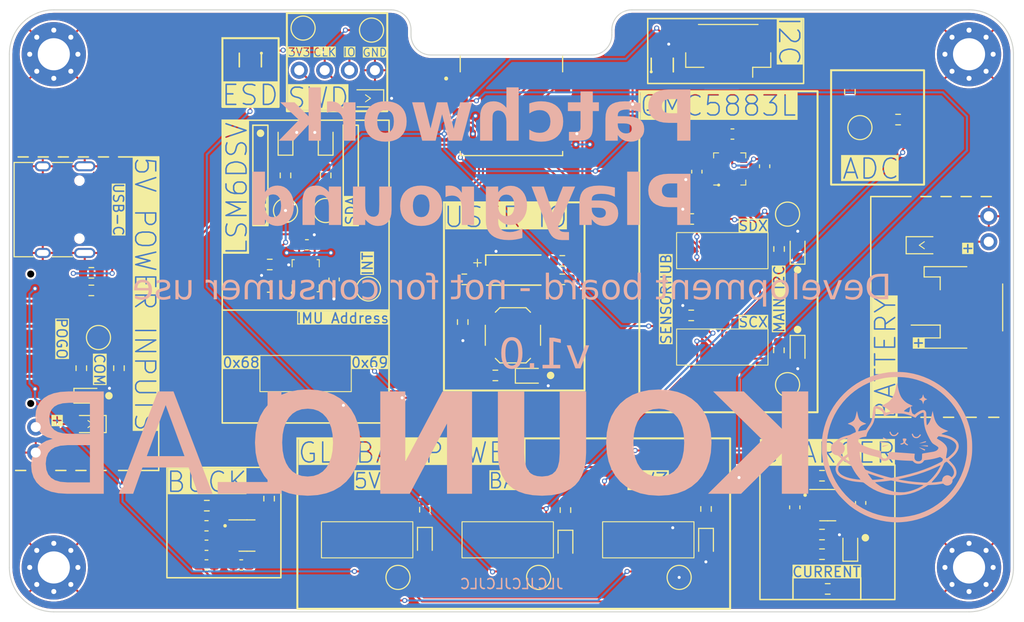
<source format=kicad_pcb>
(kicad_pcb (version 20221018) (generator pcbnew)
  (layers (0 "F.Cu" signal) (31 "B.Cu" signal) (34 "B.Paste" user) (35 "F.Paste" user) (36 "B.SilkS" user "B.Silkscreen") (37 "F.SilkS" user "F.Silkscreen") (38 "B.Mask" user) (39 "F.Mask" user) (44 "Edge.Cuts" user))
  (net 0 "")
  (net 1 "Net-(BT1-+)")
  (net 2 "GND")
  (net 3 "VCC")
  (net 4 "+BATT")
  (net 5 "+3V3")
  (net 6 "VDD")
  (net 7 "Net-(U5-C1)")
  (net 8 "Net-(U5-SETP)")
  (net 9 "Net-(U5-SETC)")
  (net 10 "+5V")
  (net 11 "Net-(D1-A)")
  (net 12 "Net-(D2-A)")
  (net 13 "Net-(D3-K)")
  (net 14 "VDC")
  (net 15 "Net-(D4-K)")
  (net 16 "Net-(D6-K)")
  (net 17 "Net-(D7-RK)")
  (net 18 "Net-(D7-GK)")
  (net 19 "Net-(D7-BK)")
  (net 20 "Net-(D8-K)")
  (net 21 "Net-(D9-K)")
  (net 22 "Net-(D10-K)")
  (net 23 "Net-(D11-K)")
  (net 24 "Net-(D12-K)")
  (net 25 "Net-(D13-K)")
  (net 26 "SWCLK")
  (net 27 "SWDIO")
  (net 28 "Net-(D14-K)")
  (net 29 "Net-(J3-CC1)")
  (net 33 "Net-(J3-CC2)")
  (net 36 "COM")
  (net 37 "Net-(U2-SW)")
  (net 38 "ADC")
  (net 39 "LED_RED")
  (net 40 "LED_GREEN")
  (net 41 "LED_BLUE")
  (net 42 "Net-(U3-TS)")
  (net 43 "SDA")
  (net 44 "Net-(U3-ISET)")
  (net 45 "SCL")
  (net 46 "SDX")
  (net 47 "SCX")
  (net 48 "CHRG_STATUS")
  (net 49 "Net-(U2-FB)")
  (net 50 "BUTTON")
  (net 54 "Net-(SW5-B)")
  (net 55 "SENSORHUB_SDA")
  (net 56 "SENSORHUB_SCL")
  (net 57 "LSM_INT")
  (footprint "Patchwork Playground Footprints:5PinPogoFemale" (layer "F.Cu") (at 100.408051 103.764619 -90)
    (fp_text reference "J5" hide)
    (fp_text value "POGO" hide)
  )
  (footprint "Patchwork Playground Footprints:R_0603_1608Metric" (layer "F.Cu") (at 146.333 107.42)
    (fp_text reference "R27" hide)
    (fp_text value "10k" hide)
  )
  (footprint "Patchwork Playground Footprints:MountingHole_3.2mm_M3_Pad_Via" (layer "F.Cu") (at 102.358051 75.406918 90)
    (fp_text reference "H1" hide)
    (fp_text value "MountingHole" hide)
  )
  (footprint "Patchwork Playground Footprints:TestPoint_Pad_D2.0mm" (layer "F.Cu") (at 106.808051 103.642119 -90)
    (fp_text reference "TP10" hide)
    (fp_text value "TestPoint" hide)
  )
  (footprint "Patchwork Playground Footprints:SOT65P210X110-6N" (layer "F.Cu") (at 121.933051 75.981918 -90)
    (fp_text reference "U1")
    (fp_text value "SMF05CT1G" hide)
  )
  (footprint "Patchwork Playground Footprints:PinHeader_1x02_P2.54mm_Vertical" (layer "F.Cu") (at 126.8 77 90)
    (fp_text reference "J1" hide)
    (fp_text value "PADS" hide)
  )
  (footprint "Patchwork Playground Footprints:PinHeader_1x02_P2.54mm_Vertical" (layer "F.Cu") (at 195.471176 94.091778 180)
    (fp_text reference "J6" hide)
    (fp_text value "PADS" hide)
  )
  (footprint "Patchwork Playground Footprints:R_0603_1608Metric" (layer "F.Cu") (at 143.083 102.1 -90)
    (fp_text reference "R28" hide)
    (fp_text value "10k" hide)
  )
  (footprint "Patchwork Playground Footprints:R_0603_1608Metric" (layer "F.Cu") (at 165.838051 101.436918 180)
    (fp_text reference "R20" hide)
    (fp_text value "10k" hide)
  )
  (footprint "Patchwork Playground Footprints:TestPoint_Pad_D2.0mm" (layer "F.Cu") (at 134 73)
    (fp_text reference "TP11" hide)
    (fp_text value "TestPoint" hide)
  )
  (footprint "Patchwork Playground Footprints:R_0603_1608Metric" (layer "F.Cu") (at 108.848051 106.694619 -90)
    (fp_text reference "R26" hide)
    (fp_text value "10k" hide)
  )
  (footprint "Patchwork Playground Footprints:JST_GH_SM04B-GHS-TB_1x04-1MP_P1.25mm_Horizontal" (layer "F.Cu") (at 169.526498 75 180)
    (fp_text reference "J7" hide)
    (fp_text value "JST-GH-4P" hide)
  )
  (footprint "Patchwork Playground Footprints:PinHeader_1x02_P2.54mm_Vertical" (layer "F.Cu") (at 131.8 77 90)
    (fp_text reference "J2" hide)
    (fp_text value "PADS" hide)
  )
  (footprint "Patchwork Playground Footprints:R_0603_1608Metric" (layer "F.Cu") (at 153 97.84 180)
    (fp_text reference "R7" hide)
    (fp_text value "10k" hide)
  )
  (footprint "Patchwork Playground Footprints:SOT-23-6" (layer "F.Cu") (at 179.433051 120.347982)
    (fp_text reference "U3" hide)
    (fp_text value "BQ21040DBVR" hide)
  )
  (footprint "Patchwork Playground Footprints:SOT65P210X110-6N" (layer "F.Cu") (at 162.956498 76.48 90)
    (fp_text reference "U4")
    (fp_text value "SMF05CT1G" hide)
  )
  (footprint "Patchwork Playground Footprints:TestPoint_Pad_D2.0mm" (layer "F.Cu") (at 150.638408 127.551918)
    (fp_text reference "TP1" hide)
    (fp_text value "TestPoint" hide)
  )
  (footprint "Patchwork Playground Footprints:R_0603_1608Metric" (layer "F.Cu") (at 178.863051 117.417982)
    (fp_text reference "R11" hide)
    (fp_text value "10k" hide)
  )
  (footprint "Patchwork Playground Footprints:LED_0603_1608Metric" (layer "F.Cu") (at 176.433051 104.915604 -90)
    (fp_text reference "D11" hide)
    (fp_text value "WHITE" hide)
  )
  (footprint "Patchwork Playground Footprints:C_0603_1608Metric" (layer "F.Cu") (at 127.565248 94.401918)
    (fp_text reference "C10" hide)
    (fp_text value "100nF" hide)
  )
  (footprint "Patchwork Playground Footprints:SW_Push_1P1T_XKB_TS-1187A" (layer "F.Cu") (at 148.083 103.42 180)
    (fp_text reference "SW4" hide)
    (fp_text value "BUTTON" hide)
  )
  (footprint "Patchwork Playground Footprints:MST-22D18G2 3J" (layer "F.Cu") (at 127.435799 107.231918)
    (fp_text reference "SW5" hide)
    (fp_text value "SW_SPDT" hide)
  )
  (footprint "Patchwork Playground Footprints:C_0603_1608Metric" (layer "F.Cu") (at 117.565617 124.346521)
    (fp_text reference "C3" hide)
    (fp_text value "4u7F" hide)
  )
  (footprint "Patchwork Playground Footprints:MST-22D18G2 3J" (layer "F.Cu") (at 147.563408 123.801918 180)
    (fp_text reference "SW1" hide)
    (fp_text value "SW_SPDT" hide)
  )
  (footprint "Patchwork Playground Footprints:R_0603_1608Metric" (layer "F.Cu") (at 178.863051 125.237982)
    (fp_text reference "R21" hide)
    (fp_text value "10k" hide)
  )
  (footprint "Patchwork Playground Footprints:LED_0603_1608Metric" (layer "F.Cu") (at 181.683051 124.447982 90)
    (fp_text reference "D12" hide)
    (fp_text value "WHITE" hide)
  )
  (footprint "Patchwork Playground Footprints:R_0603_1608Metric" (layer "F.Cu") (at 143.241 97.84)
    (fp_text reference "R6" hide)
    (fp_text value "10k" hide)
  )
  (footprint "Patchwork Playground Footprints:Bosch_LGA-14_3x2.5mm_P0.5mm" (layer "F.Cu") (at 127.445248 97.481918 90)
    (fp_text reference "U7" hide)
    (fp_text value "LSM6DSV" hide)
  )
  (footprint "Patchwork Playground Footprints:D_SOD-323" (layer "F.Cu") (at 105.958051 112.267119 180)
    (fp_text reference "D2" hide)
    (fp_text value "B5817WS" hide)
  )
  (footprint "Patchwork Playground Footprints:MST-22D18G2 3J" (layer "F.Cu") (at 168.933051 94.981918)
    (fp_text reference "SW6" hide)
    (fp_text value "SW_SPDT" hide)
  )
  (footprint "Patchwork Playground Footprints:C_0603_1608Metric" (layer "F.Cu") (at 169.941622 83.361918 180)
    (fp_text reference "C8" hide)
    (fp_text value "0u22F" hide)
  )
  (footprint "Patchwork Playground Footprints:LED_0603_1608Metric" (layer "F.Cu") (at 139.313408 124.051918 -90)
    (fp_text reference "D4" hide)
    (fp_text value "WHITE" hide)
  )
  (footprint "Patchwork Playground Footprints:R_0603_1608Metric" (layer "F.Cu") (at 178.863051 123.277982)
    (fp_text reference "R24" hide)
    (fp_text value "10k" hide)
  )
  (footprint "Patchwork Playground Footprints:C_0603_1608Metric" (layer "F.Cu") (at 130.274748 97.851918 90)
    (fp_text reference "C9" hide)
    (fp_text value "100nF" hide)
  )
  (footprint "Patchwork Playground Footprints:TestPoint_Pad_D2.0mm" (layer "F.Cu") (at 133.695248 98.799109 90)
    (fp_text reference "TP5" hide)
    (fp_text value "TestPoint" hide)
  )
  (footprint "Patchwork Playground Footprints:R_0603_1608Metric" (layer "F.Cu") (at 167.313408 120.726918 -90)
    (fp_text reference "R10" hide)
    (fp_text value "10k" hide)
  )
  (footprint "Patchwork Playground Footprints:R_0603_1608Metric" (layer "F.Cu") (at 181.641956 79.143254 -90)
    (fp_text reference "R9" hide)
    (fp_text value "330k" hide)
  )
  (footprint "Patchwork Playground Footprints:MST-22D18G2 3J" (layer "F.Cu") (at 161.563408 123.801918 180)
    (fp_text reference "SW3" hide)
    (fp_text value "SW_SPDT" hide)
  )
  (footprint "Patchwork Playground Footprints:TestPoint_Pad_D2.0mm" (layer "F.Cu") (at 129.433051 90.981918)
    (fp_text reference "TP6" hide)
    (fp_text value "TestPoint" hide)
  )
  (footprint "Patchwork Playground Footprints:SOT-23-5" (layer "F.Cu") (at 121.596117 123.376521)
    (fp_text reference "U2" hide)
    (fp_text value "M3406" hide)
  )
  (footprint "Patchwork Playground Footprints:TestPoint_Pad_D2.0mm" (layer "F.Cu") (at 164.638408 127.551918)
    (fp_text reference "TP3" hide)
    (fp_text value "TestPoint" hide)
  )
  (footprint "Patchwork Playground Footprints:TestPoint_Pad_D2.0mm" (layer "F.Cu") (at 175.433051 108.341918)
    (fp_text reference "TP9" hide)
    (fp_text value "TestPoint" hide)
  )
  (footprint "Patchwork Playground Footprints:USB_C_Receptacle_HRO_TYPE-C-31-M-12" (layer "F.Cu") (at 102.308051 90.892119 -90)
    (fp_text reference "J3" hide)
    (fp_text value "USB_C_Receptacle_USB2.0" hide)
  )
  (footprint "Patchwork Playground Footprints:LED_0603_1608Metric" (layer "F.Cu") (at 167.313408 124.151918 -90)
    (fp_text reference "D6" hide)
    (fp_text value "WHITE" hide)
  )
  (footprint "Patchwork Playground Footprints:R_0603_1608Metric" (layer "F.Cu") (at 106.098051 98.944619)
    (fp_text reference "R2" hide)
    (fp_text value "5k1" hide)
  )
  (footprint "Patchwork Playground Footprints:C_0603_1608Metric" (layer "F.Cu") (at 117.565617 126.306521)
    (fp_text reference "C4" hide)
    (fp_text value "4u7F" hide)
  )
  (footprint "Patchwork Playground Footprints:LED_0603_1608Metric" (layer "F.Cu") (at 125.433051 83.981918 90)
    (fp_text reference "D9" hide)
    (fp_text value "WHITE" hide)
  )
  (footprint "Patchwork Playground Footprints:L_0603_1608Metric" (layer "F.Cu") (at 117.565617 122.406521 180)
    (fp_text reference "L1" hide)
    (fp_text value "4u7H" hide)
  )
  (footprint "Patchwork Playground Footprints:R_0603_1608Metric" (layer "F.Cu") (at 117.6 120.4)
    (fp_text reference "R22" hide)
    (fp_text value "2M" hide)
  )
  (footprint "Patchwork Playground Footprints:R_0603_1608Metric" (layer "F.Cu") (at 123.8 119.696521 -90)
    (fp_text reference "R23" hide)
    (fp_text value "470k" hide)
  )
  (footprint "Patchwork Playground Footprints:MST-22D18G2 3J" (layer "F.Cu") (at 133.563408 123.801918 180)
    (fp_text reference "SW2" hide)
    (fp_text value "SW_SPDT" hide)
  )
  (footprint "Patchwork Playground Footprints:R_0603_1608Metric" (layer "F.Cu") (at 186.441956 81.918254)
    (fp_text reference "R4" hide)
    (fp_text value "470k" hide)
  )
  (footprint "Patchwork Playground Footprints:LED_RGB_1210" (layer "F.Cu") (at 148.1705 96.92)
    (fp_text reference "D7" hide)
    (fp_text value "RGB" hide)
  )
  (footprint "Patchwork Playground Footprints:MountingHole_3.2mm_M3_Pad_Via" (layer "F.Cu") (at 193.508051 126.556918 90)
    (fp_text reference "H4" hide)
    (fp_text value "MountingHole" hide)
  )
  (footprint "Patchwork Playground Footprints:R_0603_1608Metric" (layer "F.Cu") (at 174.590919 94.816423 -90)
    (fp_text reference "R17" hide)
    (fp_text value "10k" hide)
  )
  (footprint "Patchwork Playground Footprints:C_0603_1608Metric" (layer "F.Cu") (at 176.153051 120.567982 -90)
    (fp_text reference "C5" hide)
    (fp_text value "4u7F" hide)
  )
  (footprint "Patchwork Playground Footprints:R_0603_1608Metric" (layer "F.Cu") (at 123.865248 98.601918 180)
    (fp_text reference "R14" hide)
    (fp_text value "10k" hide)
  )
  (footprint "Patchwork Playground Footprints:JST_PH_S2B-PH-SM4-TB_1x02-1MP_P2.00mm_Horizontal" (layer "F.Cu") (at 192.346176 100.641778 90)
    (fp_text reference "BT1" hide)
    (fp_text value "BAT" hide)
  )
  (footprint "Patchwork Playground Footprints:MountingHole_3.2mm_M3_Pad_Via" (layer "F.Cu") (at 102.358051 126.556918 90)
    (fp_text reference "H2" hide)
    (fp_text value "MountingHole" hide)
  )
  (footprint "Patchwork Playground Footprints:R_0603_1608Metric" (layer "F.Cu") (at 106.098051 97.194619)
    (fp_text reference "R1" hide)
    (fp_text value "5k1" hide)
  )
  (footprint "Patchwork Playground Footprints:LED_0603_1608Metric" (layer "F.Cu") (at 129.433051 83.981918 90)
    (fp_text reference "D8" hide)
    (fp_text value "WHITE" hide)
  )
  (footprint "Patchwork Playground Footprints:TestPoint_Pad_D2.0mm" (layer "F.Cu") (at 127.185184 72.8)
    (fp_text reference "TP12" hide)
    (fp_text value "TestPoint" hide)
  )
  (footprint "Patchwork Playground Footprints:C_0603_1608Metric" (layer "F.Cu") (at 121.026117 126.306521 180)
    (fp_text reference "C2" hide)
    (fp_text value "4u7F" hide)
  )
  (footprint "Patchwork Playground Footprints:D_SOD-323" (layer "F.Cu") (at 188.855935 94.442924)
    (fp_text reference "D5" hide)
    (fp_text value "B5817WS" hide)
  )
  (footprint "Patchwork Playground Footprints:R_0603_1608Metric" (layer "F.Cu") (at 125.433051 87.481918 90)
    (fp_text reference "R15" hide)
    (fp_text value "10k" hide)
  )
  (footprint "Patchwork Playground Footprints:C_0603_1608Metric" (layer "F.Cu") (at 173.151622 86.571918 -90)
    (fp_text reference "C7" hide)
    (fp_text value "4u7F" hide)
  )
  (footprint "Patchwork Playground Footprints:LED_0603_1608Metric" (layer "F.Cu") (at 153.313408 124.339418 -90)
    (fp_text reference "D3" hide)
    (fp_text value "WHITE" hide)
  )
  (footprint "Patchwork Playground Footprints:TestPoint_Pad_D2.0mm" (layer "F.Cu") (at 125.433051 90.981918)
    (fp_text reference "TP7" hide)
    (fp_text value "TestPoint" hide)
  )
  (footprint "Patchwork Playground Footprints:R_0603_1608Metric" (layer "F.Cu") (at 139.313408 120.801918 -90)
    (fp_text reference "R5" hide)
    (fp_text value "10k" hide)
  )
  (footprint "Patchwork Playground Footprints:XCVR_BC805M" (layer "F.Cu") (at 147.933051 78.356918)
    (fp_text reference "U6")
    (fp_text value "BC805M" hide)
  )
  (footprint "Patchwork Playground Footprints:MST-22D18G2 3J" (layer "F.Cu") (at 168.933051 104.591918)
    (fp_text reference "SW7" hide)
    (fp_text value "SW_SPDT" hide)
  )
  (footprint "Patchwork Playground Footprints:LED_0603_1608Metric" (layer "F.Cu") (at 176.433051 94.841918 90)
    (fp_text reference "D10" hide)
    (fp_text value "WHITE" hide)
  )
  (footprint "Patchwork Playground Footprints:C_0603_1608Metric" (layer "F.Cu") (at 166.398622 87.111918 90)
    (fp_text reference "C6" hide)
    (fp_text value "100nF" hide)
  )
  (footprint "Patchwork Playground Footprints:PinHeader_1x02_P2.54mm_Vertical" (layer "F.Cu") (at 100.558051 112.567119)
    (fp_text reference "J4" hide)
    (fp_text value "PADS" hide)
  )
  (footprint "Patchwork Playground Footprints:TestPoint_Pad_D2.0mm" (layer "F.Cu") (at 136.638408 127.551918)
    (fp_text reference "TP2" hide)
    (fp_text value "TestPoint" hide)
  )
  (footprint "Patchwork Playground Footprints:LED_0603_1608Metric" (layer "F.Cu") (at 105.848051 109.444619)
    (fp_text reference "D13" hide)
    (fp_text value "WHITE" hide)
  )
  (footprint "Patchwork Playground Footprints:R_0603_1608Metric" (layer "F.Cu") (at 179.433051 128.697982 180)
    (fp_text reference "R13" hide)
    (fp_text value "10k" hide)
  )
  (footprint "Patchwork Playground Footprints:MountingHole_3.2mm_M3_Pad_Via" (layer "F.Cu") (at 193.508051 75.406918 90)
    (fp_text reference "H3" hide)
    (fp_text value "MountingHole" hide)
  )
  (footprint "Patchwork Playground Footprints:TestPoint_Pad_D2.0mm" (layer "F.Cu") (at 175.433051 91.341918)
    (fp_text reference "TP8" hide)
    (fp_text value "TestPoint" hide)
  )
  (footprint "Patchwork Playground Footprints:R_0603_1608Metric" (layer "F.Cu") (at 153 96 180)
    (fp_text reference "R8" hide)
    (fp_text value "10k" hide)
  )
  (footprint "Patchwork Playground Footprints:C_0603_1608Metric" (layer "F.Cu") (at 182.713051 120.127982 -90)
    (fp_text reference "C1" hide)
    (fp_text value "4u7F" hide)
  )
  (footprint "Patchwork Playground Footprints:TestPoint_Pad_D2.0mm" (layer "F.Cu") (at 182.641956 82.718254)
    (fp_text reference "TP4" hide)
    (fp_text value "TestPoint" hide)
  )
  (footprint "Patchwork Playground Footprints:D_SOD-323" (layer "F.Cu") (at 133.6 79.8 180)
    (fp_text reference "D1" hide)
    (fp_text value "B5817WS" hide)
  )
  (footprint "Patchwork Playground Footprints:LED_0603_1608Metric" (layer "F.Cu") (at 149.813 107.455)
    (fp_text reference "D14" hide)
    (fp_text value "WHITE" hide)
  )
  (footprint "Patchwork Playground Footprints:LPCC-16" (layer "F.Cu") (at 169.671622 86.841918 90)
    (fp_text reference "U5" hide)
    (fp_text value "QMC5883L" hide)
  )
  (footprint "Patchwork Playground Footprints:R_0603_1608Metric" (layer "F.Cu") (at 105.098051 106.694619 -90)
    (fp_text reference "R25" hide)
    (fp_text value "10k" hide)
  )
  (footprint "Patchwork Playground Footprints:R_0603_1608Metric" (layer "F.Cu") (at 123.865248 96.361918 180)
    (fp_text reference "R16" hide)
    (fp_text value "10k" hide)
  )
  (footprint "Patchwork Playground Footprints:R_0603_1608Metric" (layer "F.Cu") (at 129.433051 87.481918 90)
    (fp_text reference "R12" hide)
    (fp_text value "10k" hide)
  )
  (footprint "Patchwork Playground Footprints:R_0603_1608Metric" (layer "F.Cu") (at 174.569897 104.915604 90)
    (fp_text reference "R19" hide)
    (fp_text value "10k" hide)
  )
  (footprint "Patchwork Playground Footprints:R_0603_1608Metric" (layer "F.Cu") (at 165.838051 91.826918 180)
    (fp_text reference "R18" hide)
    (fp_text value "10k" hide)
  )
  (footprint "Patchwork Playground Footprints:R_0603_1608Metric" (layer "F.Cu") (at 153.313408 120.839418 -90)
    (fp_text reference "R3" hide)
    (fp_text value "10k" hide)
  )
  (footprint "Patchwork Playground Footprints:Luna15x15" (layer "B.Cu") (at 186.345003 114.556315 180)
    (fp_text reference "G***" hide)
    (fp_text value "LOGO" hide)
  )
  (gr_line (start 105.558051 116.892119) (end 104.558051 116.892119) (stroke (width 0.15)) (layer "F.SilkS"))
  (gr_circle (center 151.833 107.42) (end 152.133 107.42) (stroke (width 0.15)) (fill solid) (layer "F.SilkS"))
  (gr_line (start 99.558051 116.892119) (end 98.558051 116.892119) (stroke (width 0.15)) (layer "F.SilkS"))
  (gr_circle (center 131.945248 83.281918) (end 131.945248 82.981918) (stroke (width 0.15)) (fill solid) (layer "F.SilkS"))
  (gr_rect (start 122.183051 82.481918) (end 123.683051 92.481918) (stroke (width 0.15)) (fill none) (layer "F.SilkS"))
  (gr_rect (start 119.133764 100.907311) (end 135.743537 112.157311) (stroke (width 0.15)) (fill none) (layer "F.SilkS"))
  (gr_circle (center 107.848051 109.444619) (end 107.848051 109.744619) (stroke (width 0.15)) (fill solid) (layer "F.SilkS"))
  (gr_line (start 188.721176 89.591778) (end 189.721176 89.591778) (stroke (width 0.15)) (layer "F.SilkS"))
  (gr_line (start 188.721176 111.591778) (end 189.721176 111.591778) (stroke (width 0.15)) (layer "F.SilkS"))
  (gr_circle (center 177.183051 119.347982) (end 177.283051 119.347982) (stroke (width 0.15)) (fill solid) (layer "F.SilkS"))
  (gr_circle (center 119.415617 122.406521) (end 119.515617 122.406521) (stroke (width 0.15)) (fill solid) (layer "F.SilkS"))
  (gr_line (start 194.721176 89.591778) (end 195.721176 89.591778) (stroke (width 0.15)) (layer "F.SilkS"))
  (gr_line (start 99.808051 85.642119) (end 98.808051 85.642119) (stroke (width 0.15)) (layer "F.SilkS"))
  (gr_rect (start 119.149637 73.805133) (end 124.749637 80.655133) (stroke (width 0.2)) (fill none) (layer "F.SilkS"))
  (gr_line (start 183.721176 111.591778) (end 183.721176 89.591778) (stroke (width 0.15)) (layer "F.SilkS"))
  (gr_circle (center 176.433051 96.891918) (end 176.733051 96.891918) (stroke (width 0.15)) (fill solid) (layer "F.SilkS"))
  (gr_line (start 103.558051 116.892119) (end 102.558051 116.892119) (stroke (width 0.15)) (layer "F.SilkS"))
  (gr_line (start 182.723838 127.577588) (end 182.723838 129.759708) (stroke (width 0.15)) (layer "F.SilkS"))
  (gr_rect (start 160.671622 79.091918) (end 178.421622 111.091918) (stroke (width 0.2)) (fill none) (layer "F.SilkS"))
  (gr_line (start 103.808051 85.642119) (end 103.058051 85.642119) (stroke (width 0.15)) (layer "F.SilkS"))
  (gr_line (start 192.721176 89.591778) (end 193.721176 89.591778) (stroke (width 0.15)) (layer "F.SilkS"))
  (gr_line (start 175.973542 127.485816) (end 175.973542 129.667936) (stroke (width 0.15)) (layer "F.SilkS"))
  (gr_rect (start 141.2135 90.17) (end 155.2135 108.92) (stroke (width 0.2)) (fill none) (layer "F.SilkS"))
  (gr_circle (center 183.183051 123.597982) (end 183.483051 123.597982) (stroke (width 0.15)) (fill solid) (layer "F.SilkS"))
  (gr_line (start 183.721176 89.591778) (end 187.721176 89.591778) (stroke (width 0.15)) (layer "F.SilkS"))
  (gr_rect (start 113.625 116.584404) (end 124.975 127.584404) (stroke (width 0.15)) (fill none) (layer "F.SilkS"))
  (gr_rect (start 126.613408 113.691918) (end 169.713408 130.681918) (stroke (width 0.2)) (fill none) (layer "F.SilkS"))
  (gr_line (start 101.558051 116.892119) (end 100.558051 116.892119) (stroke (width 0.15)) (layer "F.SilkS"))
  (gr_line (start 103.058051 85.642119) (end 102.808051 85.642119) (stroke (width 0.15)) (layer "F.SilkS"))
  (gr_rect (start 131.183051 82.481918) (end 132.683051 92.481918) (stroke (width 0.15)) (fill none) (layer "F.SilkS"))
  (gr_rect (start 125.569659 71.300683) (end 135.569659 81.082887) (stroke (width 0.2)) (fill none) (layer "F.SilkS"))
  (gr_line (start 107.558051 116.892119) (end 106.558051 116.892119) (stroke (width 0.15)) (layer "F.SilkS"))
  (gr_rect (start 172.683051 116.347982) (end 186.122404 129.758135) (stroke (width 0.15)) (fill none) (layer "F.SilkS"))
  (gr_rect (start 179.771208 77.000648) (end 189.028792 88.4) (stroke (width 0.2)) (fill none) (layer "F.SilkS"))
  (gr_line (start 183.721176 111.591778) (end 187.721176 111.591778) (stroke (width 0.15)) (layer "F.SilkS"))
  (gr_line (start 107.808051 85.642119) (end 106.808051 85.642119) (stroke (width 0.15)) (layer "F.SilkS"))
  (gr_line (start 105.808051 85.642119) (end 104.808051 85.642119) (stroke (width 0.15)) (layer "F.SilkS"))
  (gr_line (start 112.808051 116.892119) (end 108.808051 116.892119) (stroke (width 0.15)) (layer "F.SilkS"))
  (gr_line (start 190.721176 89.591778) (end 191.721176 89.591778) (stroke (width 0.15)) (layer "F.SilkS"))
  (gr_line (start 112.808051 85.642119) (end 108.808051 85.642119) (stroke (width 0.15)) (layer "F.SilkS"))
  (gr_line (start 190.971176 111.591778) (end 191.971176 111.591778) (stroke (width 0.15)) (layer "F.SilkS"))
  (gr_rect (start 161.506498 71.85) (end 177.031103 78.320129) (stroke (width 0.15)) (fill none) (layer "F.SilkS"))
  (gr_line (start 195.471176 111.591778) (end 196.471176 111.591778) (stroke (width 0.15)) (layer "F.SilkS"))
  (gr_line (start 101.808051 85.642119) (end 100.808051 85.642119) (stroke (width 0.15)) (layer "F.SilkS"))
  (gr_rect (start 119.133764 81.981918) (end 135.748909 112.157311) (stroke (width 0.15)) (fill none) (layer "F.SilkS"))
  (gr_circle (center 176.433051 102.841918) (end 176.733051 102.841918) (stroke (width 0.15)) (fill solid) (layer "F.SilkS"))
  (gr_line (start 112.808051 85.642119) (end 112.808051 116.892119) (stroke (width 0.15)) (layer "F.SilkS"))
  (gr_line (start 193.221176 111.591778) (end 194.221176 111.591778) (stroke (width 0.15)) (layer "F.SilkS"))
  (gr_circle (center 122.945248 83.281918) (end 122.945248 82.981918) (stroke (width 0.15)) (fill solid) (layer "F.SilkS"))
  (gr_arc (start 135.933051 70.981918) (mid 137.347265 71.567704) (end 137.933051 72.981918) (stroke (width 0.1)) (layer "Edge.Cuts"))
  (gr_line (start 157.933051 73.481918) (end 157.933051 72.981918) (stroke (width 0.1)) (layer "Edge.Cuts"))
  (gr_line (start 197.933051 126.556918) (end 197.933051 75.406918) (stroke (width 0.1)) (layer "Edge.Cuts"))
  (gr_line (start 193.508051 70.981918) (end 159.933051 70.981918) (stroke (width 0.1)) (layer "Edge.Cuts"))
  (gr_arc (start 139.933051 75.481918) (mid 138.518837 74.896132) (end 137.933051 73.481918) (stroke (width 0.1)) (layer "Edge.Cuts"))
  (gr_line (start 135.933051 70.981918) (end 102.358051 70.981918) (stroke (width 0.1)) (layer "Edge.Cuts"))
  (gr_line (start 137.933051 72.981918) (end 137.933051 73.481918) (stroke (width 0.1)) (layer "Edge.Cuts"))
  (gr_arc (start 157.933051 73.481918) (mid 157.347265 74.896132) (end 155.933051 75.481918) (stroke (width 0.1)) (layer "Edge.Cuts"))
  (gr_arc (start 102.358051 130.981918) (mid 99.229103 129.685866) (end 97.933051 126.556918) (stroke (width 0.1)) (layer "Edge.Cuts"))
  (gr_arc (start 97.933051 75.406918) (mid 99.229103 72.27797) (end 102.358051 70.981918) (stroke (width 0.1)) (layer "Edge.Cuts"))
  (gr_arc (start 157.933051 72.981918) (mid 158.518837 71.567704) (end 159.933051 70.981918) (stroke (width 0.1)) (layer "Edge.Cuts"))
  (gr_line (start 97.933051 75.406918) (end 97.933051 126.556918) (stroke (width 0.1)) (layer "Edge.Cuts"))
  (gr_line (start 102.358051 130.981918) (end 193.508051 130.981918) (stroke (width 0.1)) (layer "Edge.Cuts"))
  (gr_arc (start 197.933051 126.556918) (mid 196.636999 129.685866) (end 193.508051 130.981918) (stroke (width 0.1)) (layer "Edge.Cuts"))
  (gr_line (start 139.933051 75.481918) (end 155.933051 75.481918) (stroke (width 0.1)) (layer "Edge.Cuts"))
  (gr_arc (start 193.508051 70.981918) (mid 196.636999 72.27797) (end 197.933051 75.406918) (stroke (width 0.1)) (layer "Edge.Cuts"))
  (gr_text "KOUNO" (at 178.776553 120.913784) (layer "B.SilkS") (effects (font (size 10 10)) (justify left bottom mirror)))
  (gr_text "JLCJLCJLCJLC" (at 153.200909 128.785418) (layer "B.SilkS") (effects (font (size 1 1)) (justify left bottom mirror)))
  (gr_text "Development board - not for consumer use" (at 185.8 100.258819) (layer "B.SilkS") (effects (font (size 2.5 2.5) (thickness 0.5)) (justify left bottom mirror)))
  (gr_text "Patchwork\nPlayground" (at 166.4 93.27301) (layer "B.SilkS") (effects (font (size 5 5) (thickness 0.5)) (justify left bottom mirror)))
  (gr_text "LAB" (at 126.4 120.913784) (layer "B.SilkS") (effects (font (size 10 10)) (justify left bottom mirror)))
  (gr_text "v1.0" (at 155.8 107.225401) (layer "B.SilkS") (effects (font (size 3 3) (thickness 0.375)) (justify left bottom mirror)))
  (gr_text "BUCK" (at 113.433649 119.215538) (layer "F.SilkS" knockout) (effects (font (size 2 2)) (justify left bottom)))
  (gr_text "SCX" (at 170.45608 102.695445) (layer "F.SilkS" knockout) (effects (font (size 1 1)) (justify left bottom)))
  (gr_text "CHARGER" (at 172.494231 116.301918) (layer "F.SilkS" knockout) (effects (font (size 2 2)) (justify left bottom)))
  (gr_text "USER IO" (at 141.063316 92.813835) (layer "F.SilkS" knockout) (effects (font (size 2 2)) (justify left bottom)))
  (gr_text "POGO" (at 102.558051 101.592 -90) (layer "F.SilkS" knockout) (effects (font (size 1 1)) (justify left bottom)))
  (gr_text "IMU Address" (at 126.445248 102.299109) (layer "F.SilkS" knockout) (effects (font (size 1 1)) (justify left bottom)))
  (gr_text "GND" (at 133.050953 75.708779) (layer "F.SilkS" knockout) (effects (font (size 0.8 0.8) (thickness 0.1)) (justify left bottom)))
  (gr_text "USB-C" (at 108.183051 88.148072 -90) (layer "F.SilkS" knockout) (effects (font (size 1 1)) (justify left bottom)))
  (gr_text "+" (at 187.959067 103.474247 -90) (layer "F.SilkS" knockout) (effects (font (size 1 1)) (justify left bottom)))
  (gr_text "SDA" (at 132.546489 92.528071 90) (layer "F.SilkS" knockout) (effects (font (size 1 1)) (justify left bottom)))
  (gr_text "BAT" (at 145.524123 118.801918) (layer "F.SilkS" knockout) (effects (font (size 1.5 1.5)) (justify left bottom)))
  (gr_text "0x69" (at 131.886637 106.730899) (layer "F.SilkS" knockout) (effects (font (size 1 1)) (justify left bottom)))
  (gr_text "COM" (at 106.308051 105.142119 -90) (layer "F.SilkS" knockout) (effects (font (size 1 1)) (justify left bottom)))
  (gr_text "0x68" (at 119.087192 106.730758) (layer "F.SilkS" knockout) (effects (font (size 1 1)) (justify left bottom)))
  (gr_text "+" (at 192.871176 94.041778 -90) (layer "F.SilkS" knockout) (effects (font (size 1 1)) (justify left bottom)))
  (gr_text "LSM6DSV" (at 121.758731 95.572686 90) (layer "F.SilkS" knockout) (effects (font (size 2 2)) (justify left bottom)))
  (gr_text "I2C" (at 174.4 71.563917 -90) (layer "F.SilkS" knockout) (effects (font (size 2 2)) (justify left bottom)))
  (gr_text "MAIN I2C" (at 175.183051 103.269061 90) (layer "F.SilkS" knockout) (effects (font (size 1 1)) (justify left bottom)))
  (gr_text "SENSORHUB" (at 163.933051 104.411918 90) (layer "F.SilkS" knockout) (effects (font (size 1 1)) (justify left bottom)))
  (gr_text "3V3" (at 159.41698 118.801918) (layer "F.SilkS" knockout) (effects (font (size 1.5 1.5)) (justify left bottom)))
  (gr_text "3V3" (at 125.625238 75.675708) (layer "F.SilkS" knockout) (effects (font (size 0.8 0.8) (thickness 0.1)) (justify left bottom)))
  (gr_text "ESD" (at 118.949637 80.655133) (layer "F.SilkS" knockout) (effects (font (size 2 2)) (justify left bottom)))
  (gr_text "ADC" (at 180.771208 88) (layer "F.SilkS" knockout) (effects (font (size 2 2)) (justify left bottom)))
  (gr_text "+" (at 102.179092 111.19736 -90) (layer "F.SilkS" knockout) (effects (font (size 1 1)) (justify left bottom)))
  (gr_text "QMC5883L" (at 160.611054 81.713053) (layer "F.SilkS" knockout) (effects (font (size 2 2)) (justify left bottom)))
  (gr_text "SDX" (at 170.454041 93.099836) (layer "F.SilkS" knockout) (effects (font (size 1 1)) (justify left bottom)))
  (gr_text "GLOBAL POWER" (at 126.563408 116.301918) (layer "F.SilkS" knockout) (effects (font (size 2 2)) (justify left bottom)))
  (gr_text "SWD" (at 125.497001 80.936403) (layer "F.SilkS" knockout) (effects (font (size 2 2)) (justify left bottom)))
  (gr_text "CURRENT" (at 175.822803 127.597982) (layer "F.SilkS" knockout) (effects (font (size 1 1)) (justify left bottom)))
  (gr_text "5V POWER INPUTS" (at 110.259444 85.507431 -90) (layer "F.SilkS" knockout) (effects (font (size 2 2)) (justify left bottom)))
  (gr_text "SCL" (at 123.547508 92.530203 90) (layer "F.SilkS" knockout) (effects (font (size 1 1)) (justify left bottom)))
  (gr_text "BATTERY" (at 186.352066 111.936344 90) (layer "F.SilkS" knockout) (effects (font (size 2 2)) (justify left bottom)))
  (gr_text "5V" (at 132.131266 118.801918) (layer "F.SilkS" knockout) (effects (font (size 1.5 1.5)) (justify left bottom)))
  (gr_text "IO" (at 131.120477 75.671948) (layer "F.SilkS" knockout) (effects (font (size 0.8 0.8) (thickness 0.1)) (justify left bottom)))
  (gr_text "CLK" (at 128.146191 75.675708) (layer "F.SilkS" knockout) (effects (font (size 0.8 0.8) (thickness 0.1)) (justify left bottom)))
  (gr_text "INT" (at 134.195248 97.549109 90) (layer "F.SilkS" knockout) (effects (font (size 1 1)) (justify left bottom)))
  (segment (start 187.4 96.55) (end 188.85 96.55) (width 0.2) (layer "F.Cu") (net 1))
  (segment (start 195.471176 94.091778) (end 192.358222 94.091778) (width 0.2) (layer "F.Cu") (net 1))
  (segment (start 189.894065 95.505935) (end 189.905935 95.505935) (width 0.2) (layer "F.Cu") (net 1))
  (segment (start 189.496176 101.641778) (end 187.291778 101.641778) (width 0.2) (layer "F.Cu") (net 1))
  (segment (start 188.85 96.55) (end 189.894065 95.505935) (width 0.2) (layer "F.Cu") (net 1))
  (segment (start 192.007076 94.442924) (end 189.905935 94.442924) (width 0.2) (layer "F.Cu") (net 1))
  (segment (start 187.291778 101.641778) (end 186.1 100.45) (width 0.2) (layer "F.Cu") (net 1))
  (segment (start 192.358222 94.091778) (end 192.007076 94.442924) (width 0.2) (layer "F.Cu") (net 1))
  (segment (start 189.905935 95.505935) (end 189.905935 94.442924) (width 0.2) (layer "F.Cu") (net 1))
  (segment (start 186.1 100.45) (end 186.1 97.85) (width 0.2) (layer "F.Cu") (net 1))
  (segment (start 186.1 97.85) (end 187.4 96.55) (width 0.2) (layer "F.Cu") (net 1))
  (via (at 154.35 84.4) (size 0.5) (drill 0.3) (layers "F.Cu" "B.Cu") (net 2))
  (via (at 129.95 95.2) (size 0.5) (drill 0.3) (layers "F.Cu" "B.Cu") (net 2))
  (via (at 125.55 95.2) (size 0.5) (drill 0.3) (layers "F.Cu" "B.Cu") (net 2))
  (via (at 155.75 84.4) (size 0.5) (drill 0.3) (layers "F.Cu" "B.Cu") (net 2))
  (via (at 144.35 81.55) (size 0.5) (drill 0.3) (layers "F.Cu" "B.Cu") (net 2))
  (via (at 144.1 83.35) (size 0.5) (drill 0.3) (layers "F.Cu" "B.Cu") (net 2))
  (segment (start 125.55 95.2) (end 129.95 95.2) (width 0.2) (layer "B.Cu") (net 2))
  (segment (start 144.1 83.35) (end 144.1 81.8) (width 0.2) (layer "B.Cu") (net 2))
  (segment (start 154.35 84.4) (end 155.75 84.4) (width 0.2) (layer "B.Cu") (net 2))
  (segment (start 144.1 81.8) (end 144.35 81.55) (width 0.2) (layer "B.Cu") (net 2))
  (segment (start 136.638408 127.551918) (end 139.03649 129.95) (width 0.2) (layer "F.Cu") (net 3))
  (segment (start 139.313408 125.636592) (end 139.313408 124.839418) (width 0.2) (layer "F.Cu") (net 3))
  (segment (start 136.638408 124.538408) (end 136.063408 123.963408) (width 0.2) (layer "F.Cu") (net 3))
  (segment (start 136.638408 127.551918) (end 137.840326 126.35) (width 0.2) (layer "F.Cu") (net 3))
  (segment (start 138.6 126.35) (end 139.313408 125.636592) (width 0.2) (layer "F.Cu") (net 3))
  (segment (start 139.03649 129.95) (end 184 129.95) (width 0.2) (layer "F.Cu") (net 3))
  (segment (start 185.6 128.35) (end 185.6 120.75) (width 0.2) (layer "F.Cu") (net 3))
  (segment (start 181.797018 119.352982) (end 182.713051 119.352982) (width 0.2) (layer "F.Cu") (net 3))
  (segment (start 136.063408 123.963408) (end 136.063408 120.646918) (width 0.2) (layer "F.Cu") (net 3))
  (segment (start 184 129.95) (end 185.6 128.35) (width 0.2) (layer "F.Cu") (net 3))
  (segment (start 185.6 120.75) (end 184.202982 119.352982) (width 0.2) (layer "F.Cu") (net 3))
  (segment (start 184.202982 119.352982) (end 182.713051 119.352982) (width 0.2) (layer "F.Cu") (net 3))
  (segment (start 181.752018 119.397982) (end 181.797018 119.352982) (width 0.2) (layer "F.Cu") (net 3))
  (segment (start 180.570551 119.397982) (end 181.752018 119.397982) (width 0.2) (layer "F.Cu") (net 3))
  (segment (start 136.638408 127.551918) (end 136.638408 124.538408) (width 0.2) (layer "F.Cu") (net 3))
  (segment (start 137.840326 126.35) (end 138.6 126.35) (width 0.2) (layer "F.Cu") (net 3))
  (segment (start 120.458617 122.426521) (end 121.376521 122.426521) (width 0.2) (layer "F.Cu") (net 4))
  (segment (start 150.063408 120.646918) (end 151.346918 120.646918) (width 0.2) (layer "F.Cu") (net 4))
  (segment (start 176.153051 119.792982) (end 176.792982 119.792982) (width 0.2) (layer "F.Cu") (net 4))
  (segment (start 151.4 123.21351) (end 153.313408 125.126918) (width 0.2) (layer "F.Cu") (net 4))
  (segment (start 152.65 126.45) (end 153.313408 125.786592) (width 0.2) (layer "F.Cu") (net 4))
  (segment (start 147.5 116.5) (end 150.063408 119.063408) (width 0.2) (layer "F.Cu") (net 4))
  (segment (start 122.733617 123.783617) (end 122.733617 124.326521) (width 0.2) (layer "F.Cu") (net 4))
  (segment (start 153.313408 125.786592) (end 153.313408 125.126918) (width 0.2) (layer "F.Cu") (net 4))
  (segment (start 150.063408 119.063408) (end 150.063408 120.646918) (width 0.2) (layer "F.Cu") (net 4))
  (segment (start 152.45 116.55) (end 173.8 116.55) (width 0.2) (layer "F.Cu") (net 4))
  (segment (start 122.733617 124.326521) (end 124.273479 124.326521) (width 0.2) (layer "F.Cu") (net 4))
  (segment (start 187.266956 84.533044) (end 187.266956 81.918254) (width 0.2) (layer "F.Cu") (net 4))
  (segment (start 186.9 84.9) (end 187.266956 84.533044) (width 0.2) (layer "F.Cu") (net 4))
  (segment (start 150.063408 118.936592) (end 152.45 116.55) (width 0.2) (layer "F.Cu") (net 4))
  (segment (start 173.8 116.55) (end 176.153051 118.903051) (width 0.2) (layer "F.Cu") (net 4))
  (segment (start 186.9 85.2) (end 186.9 84.9) (width 0.2) (layer "F.Cu") (net 4))
  (segment (start 122.393479 126.306521) (end 121.801117 126.306521) (width 0.2) (layer "F.Cu") (net 4))
  (segment (start 151.346918 120.646918) (end 151.4 120.7) (width 0.2) (layer "F.Cu") (net 4))
  (segment (start 124.273479 124.326521) (end 132.1 116.5) (width 0.2) (layer "F.Cu") (net 4))
  (segment (start 132.1 116.5) (end 147.5 116.5) (width 0.2) (layer "F.Cu") (net 4))
  (segment (start 122.733617 125.966383) (end 122.393479 126.306521) (width 0.2) (layer "F.Cu") (net 4))
  (segment (start 150.063408 120.646918) (end 150.063408 118.936592) (width 0.2) (layer "F.Cu") (net 4))
  (segment (start 151.740326 126.45) (end 152.65 126.45) (width 0.2) (layer "F.Cu") (net 4))
  (segment (start 151.4 120.7) (end 151.4 123.21351) (width 0.2) (layer "F.Cu") (net 4))
  (segment (start 177.347982 120.347982) (end 178.295551 120.347982) (width 0.2) (layer "F.Cu") (net 4))
  (segment (start 176.153051 118.903051) (end 176.153051 119.792982) (width 0.2) (layer "F.Cu") (net 4))
  (segment (start 150.638408 127.551918) (end 151.740326 126.45) (width 0.2) (layer "F.Cu") (net 4))
  (segment (start 122.733617 124.326521) (end 122.733617 125.966383) (width 0.2) (layer "F.Cu") (net 4))
  (segment (start 121.376521 122.426521) (end 122.733617 123.783617) (width 0.2) (layer "F.Cu") (net 4))
  (segment (start 176.792982 119.792982) (end 177.347982 120.347982) (width 0.2) (layer "F.Cu") (net 4))
  (via (at 151.4 120.7) (size 0.5) (drill 0.3) (layers "F.Cu" "B.Cu") (net 4))
  (via (at 186.9 85.2) (size 0.5) (drill 0.3) (layers "F.Cu" "B.Cu") (net 4))
  (segment (start 151.4 120.7) (end 186.9 85.2) (width 0.2) (layer "B.Cu") (net 4))
  (segment (start 159.456918 126.956918) (end 161.563408 126.956918) (width 0.2) (layer "F.Cu") (net 5))
  (segment (start 116.790617 126.306521) (end 120.334096 129.85) (width 0.2) (layer "F.Cu") (net 5))
  (segment (start 116.775 122.403404) (end 116.778117 122.406521) (width 0.15) (layer "F.Cu") (net 5))
  (segment (start 116.775 120.4) (end 116.775 122.403404) (width 0.15) (layer "F.Cu") (net 5))
  (segment (start 116.778117 126.294021) (end 116.790617 126.306521) (width 0.2) (layer "F.Cu") (net 5))
  (segment (start 116.778117 122.406521) (end 116.778117 126.294021) (width 0.2) (layer "F.Cu") (net 5))
  (segment (start 120.334096 129.85) (end 137.3 129.85) (width 0.2) (layer "F.Cu") (net 5))
  (segment (start 159.45 126.95) (end 159.456918 126.956918) (width 0.2) (layer "F.Cu") (net 5))
  (segment (start 116.740617 126.256521) (end 116.790617 126.306521) (width 0.2) (layer "F.Cu") (net 5))
  (via (at 159.45 126.95) (size 0.5) (drill 0.3) (layers "F.Cu" "B.Cu") (net 5))
  (via (at 137.3 129.85) (size 0.5) (drill 0.3) (layers "F.Cu" "B.Cu") (net 5))
  (segment (start 156.55 129.85) (end 159.45 126.95) (width 0.2) (layer "B.Cu") (net 5))
  (segment (start 137.3 129.85) (end 156.55 129.85) (width 0.2) (layer "B.Cu") (net 5))
  (segment (start 151.305 107.455) (end 151.6 107.75) (width 0.2) (layer "F.Cu") (net 6))
  (segment (start 128.3 93.4) (end 128.3 94.36167) (width 0.2) (layer "F.Cu") (net 6))
  (segment (start 154.45 83.326918) (end 153.033051 83.326918) (width 0.2) (layer "F.Cu") (net 6))
  (segment (start 164.063408 122.536592) (end 164 122.6) (width 0.2) (layer "F.Cu") (net 6))
  (segment (start 165 90.85) (end 165 91.813867) (width 0.2) (layer "F.Cu") (net 6))
  (segment (start 125.75 96.85) (end 125.75 96.4) (width 0.2) (layer "F.Cu") (net 6))
  (segment (start 165.3 87.9) (end 166.38554 87.9) (width 0.2) (layer "F.Cu") (net 6))
  (segment (start 126.432748 96.981918) (end 125.881918 96.981918) (width 0.2) (layer "F.Cu") (net 6))
  (segment (start 169.651497 78.2) (end 167.4 78.2) (width 0.2) (layer "F.Cu") (net 6))
  (segment (start 167.45 87.6) (end 167.45 86.35) (width 0.2) (layer "F.Cu") (net 6))
  (segment (start 128.195248 95.504752) (end 128.195248 96.219418) (width 0.2) (layer "F.Cu") (net 6))
  (segment (start 130.274748 99.775252) (end 130.25 99.8) (width 0.2) (layer "F.Cu") (net 6))
  (segment (start 123.040248 96.361918) (end 123.040248 98.601918) (width 0.2) (layer "F.Cu") (net 6))
  (segment (start 167.45 86.35) (end 167.708082 86.091918) (width 0.2) (layer "F.Cu") (net 6))
  (segment (start 128.931918 97.981918) (end 128.457748 97.981918) (width 0.2) (layer "F.Cu") (net 6))
  (segment (start 164.063408 120.646918) (end 164.063408 122.536592) (width 0.2) (layer "F.Cu") (net 6))
  (segment (start 146.4 96.1995) (end 146.4205 96.22) (width 0.2) (layer "F.Cu") (net 6))
  (segment (start 168.871622 86.091918) (end 169.421622 86.641918) (width 0.2) (layer "F.Cu") (net 6))
  (segment (start 128.340248 94.401918) (end 128.340248 95.359752) (width 0.2) (layer "F.Cu") (net 6))
  (segment (start 167.708082 86.091918) (end 168.271622 86.091918) (width 0.2) (layer "F.Cu") (net 6))
  (segment (start 108.3 108.7) (end 107.9 108.7) (width 0.2) (layer "F.Cu") (net 6))
  (segment (start 180.960482 123.660482) (end 180.6 123.3) (width 0.2) (layer "F.Cu") (net 6))
  (segment (start 163.606498 75.545) (end 163.606498 74.406498) (width 0.2) (layer "F.Cu") (net 6))
  (segment (start 107.155381 109.444619) (end 107.9 108.7) (width 0.2) (layer "F.Cu") (net 6))
  (segment (start 165 101.423867) (end 165.013051 101.436918) (width 0.2) (layer "F.Cu") (net 6))
  (segment (start 125.438633 83.2) (end 125.433051 83.194418) (width 0.2) (layer "F.Cu") (net 6))
  (segment (start 176.45 93.05) (end 176.45 94.037469) (width 0.2) (layer "F.Cu") (net 6))
  (segment (start 166.38554 87.9) (end 166.398622 87.886918) (width 0.2) (layer "F.Cu") (net 6))
  (segment (start 125.881918 96.981918) (end 125.75 96.85) (width 0.2) (layer "F.Cu") (net 6))
  (segment (start 131.2 110.4) (end 129.948881 110.4) (width 0.2) (layer "F.Cu") (net 6))
  (segment (start 169.421622 86.641918) (end 169.421622 87.45) (width 0.2) (layer "F.Cu") (net 6))
  (segment (start 176.45 94.037469) (end 176.433051 94.054418) (width 0.2) (layer "F.Cu") (net 6))
  (segment (start 165 100.45) (end 165 101.423867) (width 0.2) (layer "F.Cu") (net 6))
  (segment (start 165 91.813867) (end 165.013051 91.826918) (width 0.2) (layer "F.Cu") (net 6))
  (segment (start 181.683051 123.660482) (end 180.960482 123.660482) (width 0.2) (layer "F.Cu") (net 6))
  (segment (start 181.7 123.643533) (end 181.683051 123.660482) (width 0.2) (layer "F.Cu") (net 6))
  (segment (start 130.274748 98.626918) (end 129.576918 98.626918) (width 0.2) (layer "F.Cu") (net 6))
  (segment (start 134.65 79.8) (end 136 79.8) (width 0.2) (layer "F.Cu") (net 6))
  (segment (start 143.083 102.925) (end 143.083 103.933) (width 0.2) (layer "F.Cu") (net 6))
  (segment (start 176.45 105.720053) (end 176.433051 105.703104) (width 0.2) (layer "F.Cu") (net 6))
  (segment (start 146.4 95.05) (end 146.4 96.1995) (width 0.2) (layer "F.Cu") (net 6))
  (segment (start 170.151498 76.85) (end 170.151498 77.699999) (width 0.2) (layer "F.Cu") (net 6))
  (segment (start 128.355582 83.194418) (end 128.35 83.2) (width 0.2) (layer "F.Cu") (net 6))
  (segment (start 108.848051 107.519619) (end 108.848051 108.151949) (width 0.2) (layer "F.Cu") (net 6))
  (segment (start 169.421622 87.45) (end 170.229704 87.45) (width 0.2) (layer "F.Cu") (net 6))
  (segment (start 167.163082 87.886918) (end 167.45 87.6) (width 0.2) (layer "F.Cu") (net 6))
  (segment (start 164.745 75.545) (end 163.606498 75.545) (width 0.2) (layer "F.Cu") (net 6))
  (segment (start 129.433051 83.194418) (end 128.355582 83.194418) (width 0.2) (layer "F.Cu") (net 6))
  (segment (start 166.398622 87.886918) (end 167.163082 87.886918) (width 0.2) (layer "F.Cu") (net 6))
  (segment (start 180.6 123.3) (end 179.710069 123.3) (width 0.2) (layer "F.Cu") (net 6))
  (segment (start 128.3 94.36167) (end 128.340248 94.401918) (width 0.2) (layer "F.Cu") (net 6))
  (segment (start 176.45 106.75) (end 176.45 105.720053) (width 0.2) (layer "F.Cu") (net 6))
  (segment (start 179.710069 123.3) (end 179.688051 123.277982) (width 0.2) (layer "F.Cu") (net 6))
  (segment (start 151.6 107.75) (end 151.6 108.45) (width 0.2) (layer "F.Cu") (net 6))
  (segment (start 170.151498 77.699999) (end 169.651497 78.2) (width 0.2) (layer "F.Cu") (net 6))
  (segment (start 129.948881 110.4) (end 129.935799 110.386918) (width 0.2) (layer "F.Cu") (net 6))
  (segment (start 168.271622 86.091918) (end 168.871622 86.091918) (width 0.2) (layer "F.Cu") (net 6))
  (segment (start 108.848051 108.151949) (end 108.3 108.7) (width 0.2) (layer "F.Cu") (net 6))
  (segment (start 130.274748 98.626918) (end 130.274748 99.775252) (width 0.2) (layer "F.Cu") (net 6))
  (segment (start 167.4 78.2) (end 164.745 75.545) (width 0.2) (layer "F.Cu") (net 6))
  (segment (start 167.313408 124.939418) (end 167.313408 125.986592) (width 0.2) (layer "F.Cu") (net 6))
  (segment (start 170.229704 87.45) (end 170.421622 87.641918) (width 0.2) (layer "F.Cu") (net 6))
  (segment (start 128.340248 95.359752) (end 128.195248 95.504752) (width 0.2) (layer "F.Cu") (net 6))
  (segment (start 167.313408 125.986592) (end 167.3 126) (width 0.2) (layer "F.Cu") (net 6))
  (segment (start 163.606498 74.406498) (end 163.6 74.4) (width 0.2) (layer "F.Cu") (net 6))
  (segment (start 143.083 103.933) (end 143.1 103.95) (width 0.2) (layer "F.Cu") (net 6))
  (segment (start 169.421622 87.45) (end 169.421622 88.241918) (width 0.2) (layer "F.Cu") (net 6))
  (segment (start 170.421622 87.641918) (end 170.421622 88.241918) (width 0.2) (layer "F.Cu") (net 6))
  (segment (start 129.576918 98.626918) (end 128.931918 97.981918) (width 0.2) (layer "F.Cu") (net 6))
  (segment (start 150.6005 107.455) (end 151.305 107.455) (width 0.2) (layer "F.Cu") (net 6))
  (segment (start 106.635551 109.444619) (end 107.155381 109.444619) (width 0.2) (layer "F.Cu") (net 6))
  (segment (start 126.55 83.2) (end 125.438633 83.2) (width 0.2) (layer "F.Cu") (net 6))
  (via (at 136 79.8) (size 0.5) (drill 0.3) (layers "F.Cu" "B.Cu") (net 6))
  (via (at 107.9 108.7) (size 0.5) (drill 0.3) (layers "F.Cu" "B.Cu") (net 6))
  (via (at 125.75 96.4) (size 0.5) (drill 0.3) (layers "F.Cu" "B.Cu") (net 6))
  (via (at 128.35 83.2) (size 0.5) (drill 0.3) (layers "F.Cu" "B.Cu") (net 6))
  (via (at 151.6 108.45) (size 0.5) (drill 0.3) (layers "F.Cu" "B.Cu") (net 6))
  (via (at 130.25 99.8) (size 0.5) (drill 0.3) (layers "F.Cu" "B.Cu") (net 6))
  (via (at 180.6 123.3) (size 0.5) (drill 0.3) (layers "F.Cu" "B.Cu") (net 6))
  (via (at 164.638408 127.551918) (size 0.5) (drill 0.3) (layers "F.Cu" "B.Cu") (net 6))
  (via (at 165 90.85) (size 0.5) (drill 0.3) (layers "F.Cu" "B.Cu") (net 6))
  (via (at 126.55 83.2) (size 0.5) (drill 0.3) (layers "F.Cu" "B.Cu") (net 6))
  (via (at 128.3 93.4) (size 0.5) (drill 0.3) (layers "F.Cu" "B.Cu") (net 6))
  (via (at 164 122.6) (size 0.5) (drill 0.3) (layers "F.Cu" "B.Cu") (net 6))
  (via (at 167.3 126) (size 0.5) (drill 0.3) (layers "F.Cu" "B.Cu") (net 6))
  (via (at 165 100.45) (size 0.5) (drill 0.3) (layers "F.Cu" "B.Cu") (net 6))
  (via (at 123.05 97.45) (size 0.5) (drill 0.3) (layers "F.Cu" "B.Cu") (net 6))
  (via (at 143.1 103.95) (size 0.5) (drill 0.3) (layers "F.Cu" "B.Cu") (net 6))
  (via (at 146.4 95.05) (size 0.5) (drill 0.3) (layers "F.Cu" "B.Cu") (net 6))
  (via (at 154.45 83.326918) (size 0.5) (drill 0.3) (layers "F.Cu" "B.Cu") (net 6))
  (via (at 176.45 106.75) (size 0.5) (drill 0.3) (layers "F.Cu" "B.Cu") (net 6))
  (via (at 176.45 93.05) (size 0.5) (drill 0.3) (layers "F.Cu" "B.Cu") (net 6))
  (via (at 163.6 74.4) (size 0.5) (drill 0.3) (layers "F.Cu" "B.Cu") (net 6))
  (via (at 165.3 87.9) (size 0.5) (drill 0.3) (layers "F.Cu" "B.Cu") (net 6))
  (via (at 131.2 110.4) (size 0.5) (drill 0.3) (layers "F.Cu" "B.Cu") (net 6))
  (segment (start 169.921622 85.441918) (end 169.921622 86.321622) (width 0.2) (layer "F.Cu") (net 7))
  (segment (start 172.05 85.85) (end 173.09854 85.85) (width 0.2) (layer "F.Cu") (net 7))
  (segment (start 169.921622 86.321622) (end 170.1 86.5) (width 0.2) (layer "F.Cu") (net 7))
  (segment (start 173.09854 85.85) (end 173.151622 85.796918) (width 0.2) (layer "F.Cu") (net 7))
  (via (at 170.1 86.5) (size 0.5) (drill 0.3) (layers "F.Cu" "B.Cu") (net 7))
  (via (at 172.05 85.85) (size 0.5) (drill 0.3) (layers "F.Cu" "B.Cu") (net 7))
  (segment (start 170.1 86.5) (end 171.4 86.5) (width 0.2) (layer "B.Cu") (net 7))
  (segment (start 171.4 86.5) (end 172.05 85.85) (width 0.2) (layer "B.Cu") (net 7))
  (segment (start 170.716622 84.516622) (end 171.071622 84.871622) (width 0.2) (layer "F.Cu") (net 8))
  (segment (start 170.716622 83.361918) (end 170.716622 84.516622) (width 0.2) (layer "F.Cu") (net 8))
  (segment (start 171.071622 84.871622) (end 171.071622 86.091918) (width 0.2) (layer "F.Cu") (net 8))
  (segment (start 168.921622 84.578378) (end 168.921622 85.441918) (width 0.2) (layer "F.Cu") (net 9))
  (segment (start 169.166622 84.333378) (end 168.921622 84.578378) (width 0.2) (layer "F.Cu") (net 9))
  (segment (start 169.166622 83.361918) (end 169.166622 84.333378) (width 0.2) (layer "F.Cu") (net 9))
  (segment (start 105.357881 88.442119) (end 104.75 89.05) (width 0.2) (layer "F.Cu") (net 10))
  (segment (start 107.008051 112.267119) (end 108.767119 112.267119) (width 0.2) (layer "F.Cu") (net 10))
  (segment (start 106.353051 88.442119) (end 105.357881 88.442119) (width 0.2) (layer "F.Cu") (net 10))
  (segment (start 133.55649 126.95) (end 133.563408 126.956918) (width 0.2) (layer "F.Cu") (net 10))
  (segment (start 103.2 94.214068) (end 104.75 92.664068) (width 0.2) (layer "F.Cu") (net 10))
  (segment (start 121.283051 78.266949) (end 121.283051 76.916918) (width 0.2) (layer "F.Cu") (net 10))
  (segment (start 105.428051 93.342119) (end 106.353051 93.342119) (width 0.2) (layer "F.Cu") (net 10))
  (segment (start 109.15 112.65) (end 109.15 118.45) (width 0.2) (layer "F.Cu") (net 10))
  (segment (start 101.985381 98.764619) (end 103.2 97.55) (width 0.2) (layer "F.Cu") (net 10))
  (segment (start 111.107881 88.442119) (end 121.283051 78.266949) (width 0.2) (layer "F.Cu") (net 10))
  (segment (start 103.2 97.55) (end 103.2 94.214068) (width 0.2) (layer "F.Cu") (net 10))
  (segment (start 108.767119 112.267119) (end 109.15 112.65) (width 0.2) (layer "F.Cu") (net 10))
  (segment (start 104.75 92.664068) (end 105.428051 93.342119) (width 0.2) (layer "F.Cu") (net 10))
  (segment (start 132.3 126.95) (end 133.55649 126.95) (width 0.2) (layer "F.Cu") (net 10))
  (segment (start 106.353051 88.442119) (end 111.107881 88.442119) (width 0.2) (layer "F.Cu") (net 10))
  (segment (start 104.75 89.05) (end 104.75 92.664068) (width 0.2) (layer "F.Cu") (net 10))
  (segment (start 100.483051 98.764619) (end 101.985381 98.764619) (width 0.2) (layer "F.Cu") (net 10))
  (via (at 109.15 118.45) (size 0.5) (drill 0.3) (layers "F.Cu" "B.Cu") (net 10))
  (via (at 132.3 126.95) (size 0.5) (drill 0.3) (layers "F.Cu" "B.Cu") (net 10))
  (via (at 100.483051 108.764619) (size 0.5) (drill 0.3) (layers "F.Cu" "B.Cu") (net 10))
  (via (at 100.483051 98.764619) (size 0.5) (drill 0.3) (layers "F.Cu" "B.Cu") (net 10))
  (segment (start 109.2 118.437329) (end 109.2 120) (width 0.2) (layer "B.Cu") (net 10))
  (segment (start 100.483051 109.72038) (end 109.15 118.387329) (width 0.2) (layer "B.Cu") (net 10))
  (segment (start 109.15 118.387329) (end 109.15 118.45) (width 0.2) (layer "B.Cu") (net 10))
  (segment (start 99.933051 108.214619) (end 99.933051 99.314619) (width 0.2) (layer "B.Cu") (net 10))
  (segment (start 109.2 120) (end 116.15 126.95) (width 0.2) (layer "B.Cu") (net 10))
  (segment (start 109.212671 118.45) (end 109.2 118.437329) (width 0.2) (layer "B.Cu") (net 10))
  (segment (start 100.483051 108.764619) (end 99.933051 108.214619) (width 0.2) (layer "B.Cu") (net 10))
  (segment (start 116.15 126.95) (end 132.3 126.95) (width 0.2) (layer "B.Cu") (net 10))
  (segment (start 99.933051 99.314619) (end 100.483051 98.764619) (width 0.2) (layer "B.Cu") (net 10))
  (segment (start 100.483051 108.764619) (end 100.483051 109.72038) (width 0.2) (layer "B.Cu") (net 10))
  (segment (start 109.15 118.45) (end 109.212671 118.45) (width 0.2) (layer "B.Cu") (net 10))
  (segment (start 129.6 79.8) (end 132.55 79.8) (width 0.2) (layer "F.Cu") (net 11))
  (segment (start 126.8 77) (end 129.6 79.8) (width 0.2) (layer "F.Cu") (net 11))
  (segment (start 103.032881 112.267119) (end 104.908051 112.267119) (width 0.2) (layer "F.Cu") (net 12))
  (segment (start 102.732881 112.567119) (end 103.032881 112.267119) (width 0.2) (layer "F.Cu") (net 12))
  (segment (start 100.558051 112.567119) (end 102.732881 112.567119) (width 0.2) (layer "F.Cu") (net 12))
  (segment (start 153.313408 123.551918) (end 153.313408 121.664418) (width 0.2) (layer "F.Cu") (net 13))
  (segment (start 147.563408 128.513408) (end 147.563408 126.956918) (width 0.2) (layer "F.Cu") (net 14))
  (segment (start 147.901918 128.851918) (end 147.563408 128.513408) (width 0.2) (layer "F.Cu") (net 14))
  (segment (start 151.898082 128.851918) (end 147.901918 128.851918) (width 0.2) (layer "F.Cu") (net 14))
  (segment (start 147.563408 126.956918) (end 146.093082 126.956918) (width 0.2) (layer "F.Cu") (net 14))
  (segment (start 157.2 123.55) (end 151.898082 128.851918) (width 0.2) (layer "F.Cu") (net 14))
  (segment (start 174.35 114.9) (end 160.25 114.9) (width 0.2) (layer "F.Cu") (net 14))
  (segment (start 178.15 111.1) (end 174.35 114.9) (width 0.2) (layer "F.Cu") (net 14))
  (segment (start 187.805935 94.442924) (end 178.15 104.098859) (width 0.2) (layer "F.Cu") (net 14))
  (segment (start 178.15 104.098859) (end 178.15 111.1) (width 0.2) (layer "F.Cu") (net 14))
  (segment (start 157.2 117.95) (end 157.2 123.55) (width 0.2) (layer "F.Cu") (net 14))
  (segment (start 121.9 81.1) (end 121.933051 81.066949) (width 0.2) (layer "F.Cu") (net 14))
  (segment (start 146.093082 126.956918) (end 146.05 127) (width 0.2) (layer "F.Cu") (net 14))
  (segment (start 121.933051 81.066949) (end 121.933051 76.916918) (width 0.2) (layer "F.Cu") (net 14))
  (via (at 157.2 117.95) (size 0.5) (drill 0.3) (layers "F.Cu" "B.Cu") (net 14))
  (via (at 121.9 81.1) (size 0.5) (drill 0.3) (layers "F.Cu" "B.Cu") (net 14))
  (via (at 160.25 114.9) (size 0.5) (drill 0.3) (layers "F.Cu" "B.Cu") (net 14))
  (via (at 146.05 127) (size 0.5) (drill 0.3) (layers "F.Cu" "B.Cu") (net 14))
  (segment (start 146.05 127) (end 130.65 111.6) (width 0.2) (layer "B.Cu") (net 14))
  (segment (start 117.6 85.4) (end 121.9 81.1) (width 0.2) (layer "B.Cu") (net 14))
  (segment (start 117.6 98.6) (end 117.6 85.4) (width 0.2) (layer "B.Cu") (net 14))
  (segment (start 130.6 111.6) (end 117.6 98.6) (width 0.2) (layer "B.Cu") (net 14))
  (segment (start 160.25 114.9) (end 157.2 117.95) (width 0.2) (layer "B.Cu") (net 14))
  (segment (start 130.65 111.6) (end 130.6 111.6) (width 0.2) (layer "B.Cu") (net 14))
  (segment (start 139.313408 123.264418) (end 139.313408 121.626918) (width 0.2) (layer "F.Cu") (net 15))
  (segment (start 167.313408 121.551918) (end 167.313408 123.364418) (width 0.2) (layer "F.Cu") (net 16))
  (segment (start 145.13 97.62) (end 144.9 97.85) (width 0.2) (layer "F.Cu") (net 17))
  (segment (start 146.4205 97.62) (end 145.13 97.62) (width 0.2) (layer "F.Cu") (net 17))
  (segment (start 144.9 97.85) (end 144.89 97.84) (width 0.2) (layer "F.Cu") (net 17))
  (segment (start 144.89 97.84) (end 144.066 97.84) (width 0.2) (layer "F.Cu") (net 17))
  (segment (start 151.29 97.84) (end 152.175 97.84) (width 0.2) (layer "F.Cu") (net 18))
  (segment (start 151.07 97.62) (end 151.29 97.84) (width 0.2) (layer "F.Cu") (net 18))
  (segment (start 149.9205 97.62) (end 151.07 97.62) (width 0.2) (layer "F.Cu") (net 18))
  (segment (start 151.18 96.22) (end 151.4 96) (width 0.2) (layer "F.Cu") (net 19))
  (segment (start 149.9205 96.22) (end 151.18 96.22) (width 0.2) (layer "F.Cu") (net 19))
  (segment (start 151.4 96) (end 152.175 96) (width 0.2) (layer "F.Cu") (net 19))
  (segment (start 129.433051 84.769418) (end 129.433051 86.656918) (width 0.2) (layer "F.Cu") (net 20))
  (segment (start 125.433051 84.769418) (end 125.433051 86.656918) (width 0.2) (layer "F.Cu") (net 21))
  (segment (start 174.590919 95.641423) (end 176.421046 95.641423) (width 0.2) (layer "F.Cu") (net 22))
  (segment (start 176.421046 95.641423) (end 176.433051 95.629418) (width 0.2) (layer "F.Cu") (net 22))
  (segment (start 176.395551 104.090604) (end 176.433051 104.128104) (width 0.2) (layer "F.Cu") (net 23))
  (segment (start 174.569897 104.090604) (end 176.395551 104.090604) (width 0.2) (layer "F.Cu") (net 23))
  (segment (start 181.680551 125.237982) (end 181.683051 125.235482) (width 0.2) (layer "F.Cu") (net 24))
  (segment (start 179.688051 125.237982) (end 181.680551 125.237982) (width 0.2) (layer "F.Cu") (net 24))
  (segment (start 105.060551 109.444619) (end 105.060551 107.557119) (width 0.2) (layer "F.Cu") (net 25))
  (segment (start 105.060551 107.557119) (end 105.098051 107.519619) (width 0.2) (layer "F.Cu") (net 25))
  (segment (start 129.34 74.954816) (end 127.185184 72.8) (width 0.2) (layer "F.Cu") (net 26))
  (segment (start 121.283051 75.046918) (end 121.283051 74.166949) (width 0.2) (layer "F.Cu") (net 26))
  (segment (start 129.92322 76.655133) (end 129.933051 76.655133) (width 0.2) (layer "F.Cu") (net 26))
  (segment (start 129.34 77) (end 129.34 74.954816) (width 0.2) (layer "F.Cu") (net 26))
  (segment (start 122.65 72.8) (end 127.185184 72.8) (width 0.2) (layer "F.Cu") (net 26))
  (segment (start 131.29 78.95) (end 141.2 78.95) (width 0.2) (layer "F.Cu") (net 26))
  (segment (start 129.34 77) (end 131.29 78.95) (width 0.2) (layer "F.Cu") (net 26))
  (segment (start 141.2 78.95) (end 142.809969 78.95) (width 0.2) (layer "F.Cu") (net 26))
  (segment (start 142.809969 78.95) (end 142.833051 78.926918) (width 0.2) (layer "F.Cu") (net 26))
  (segment (start 121.283051 74.166949) (end 122.65 72.8) (width 0.2) (layer "F.Cu") (net 26))
  (segment (start 124.196918 75.046918) (end 125.153082 75.046918) (width 0.2) (layer "F.Cu") (net 27))
  (segment (start 122.583051 75.046918) (end 124.196918 75.046918) (width 0.2) (layer "F.Cu") (net 27))
  (segment (start 139.4 77.85) (end 142.809969 77.85) (width 0.2) (layer "F.Cu") (net 27))
  (segment (start 131.8 75.2) (end 134 73) (width 0.2) (layer "F.Cu") (net 27))
  (segment (start 125.153082 75.046918) (end 125.2 75) (width 0.2) (layer "F.Cu") (net 27))
  (segment (start 142.809969 77.85) (end 142.833051 77.826918) (width 0.2) (layer "F.Cu") (net 27))
  (segment (start 131.4 73) (end 134 73) (width 0.2) (layer "F.Cu") (net 27))
  (segment (start 131.8 77) (end 131.8 75.2) (width 0.2) (layer "F.Cu") (net 27))
  (segment (start 134 73) (end 134.55 73) (width 0.2) (layer "F.Cu") (net 27))
  (segment (start 134.55 73) (end 139.4 77.85) (width 0.2) (layer "F.Cu") (net 27))
  (segment (start 132.473051 76.651949) (end 132.473051 76.655133) (width 0.2) (layer "F.Cu") (net 27))
  (via (at 125.2 75) (size 0.5) (drill 0.3) (layers "F.Cu" "B.Cu") (net 27))
  (via (at 131.4 73) (size 0.5) (drill 0.3) (layers "F.Cu" "B.Cu") (net 27))
  (segment (start 129.4 75) (end 131.4 73) (width 0.2) (layer "B.Cu") (net 27))
  (segment (start 125.2 75) (end 129.4 75) (width 0.2) (layer "B.Cu") (net 27))
  (segment (start 149.0255 107.455) (end 147.193 107.455) (width 0.2) (layer "F.Cu") (net 28))
  (segment (start 147.193 107.455) (end 147.158 107.42) (width 0.2) (layer "F.Cu") (net 28))
  (segment (start 104.3 97.25) (end 105.21767 97.25) (width 0.2) (layer "F.Cu") (net 29))
  (segment (start 108.172551 90.486619) (end 108.172551 97.25) (width 0.2) (layer "F.Cu") (net 29))
  (segment (start 106.353051 89.642119) (end 107.328051 89.642119) (width 0.2) (layer "F.Cu") (net 29))
  (segment (start 105.21767 97.25) (end 105.273051 97.194619) (width 0.2) (layer "F.Cu") (net 29))
  (segment (start 107.328051 89.642119) (end 108.172551 90.486619) (width 0.2) (layer "F.Cu") (net 29))
  (via (at 104.3 97.25) (size 0.5) (drill 0.3) (layers "F.Cu" "B.Cu") (net 29))
  (via (at 108.172551 97.25) (size 0.5) (drill 0.3) (layers "F.Cu" "B.Cu") (net 29))
  (segment (start 108.172551 97.25) (end 104.3 97.25) (width 0.2) (layer "B.Cu") (net 29))
  (segment (start 107.623051 97.682267) (end 107.205318 98.1) (width 0.2) (layer "F.Cu") (net 33))
  (segment (start 107.623051 92.987119) (end 107.623051 97.682267) (width 0.2) (layer "F.Cu") (net 33))
  (segment (start 107.278051 92.642119) (end 107.623051 92.987119) (width 0.2) (layer "F.Cu") (net 33))
  (segment (start 107.205318 98.1) (end 106.11767 98.1) (width 0.2) (layer "F.Cu") (net 33))
  (segment (start 106.11767 98.1) (end 105.273051 98.944619) (width 0.2) (layer "F.Cu") (net 33))
  (segment (start 106.353051 92.642119) (end 107.278051 92.642119) (width 0.2) (layer "F.Cu") (net 33))
  (segment (start 122.583051 76.916918) (end 124.216918 76.916918) (width 0.2) (layer "F.Cu") (net 36))
  (segment (start 128.426918 81.126918) (end 142.833051 81.126918) (width 0.2) (layer "F.Cu") (net 36))
  (segment (start 106.808051 103.642119) (end 106.808051 105.008051) (width 0.2) (layer "F.Cu") (net 36))
  (segment (start 100.483051 103.764619) (end 106.685551 103.764619) (width 0.2) (layer "F.Cu") (net 36))
  (segment (start 106.685551 103.764619) (end 106.808051 103.642119) (width 0.2) (layer "F.Cu") (net 36))
  (segment (start 106.030381 105.869619) (end 105.098051 105.869619) (width 0.2) (layer "F.Cu") (net 36))
  (segment (start 124.216918 76.916918) (end 128.426918 81.126918) (width 0.2) (layer "F.Cu") (net 36))
  (segment (start 106.808051 103.642119) (end 122.583051 87.867119) (width 0.2) (layer "F.Cu") (net 36))
  (segment (start 106.808051 105.008051) (end 107.669619 105.869619) (width 0.2) (layer "F.Cu") (net 36))
  (segment (start 106.808051 103.642119) (end 106.808051 105.091949) (width 0.2) (layer "F.Cu") (net 36))
  (segment (start 107.669619 105.869619) (end 108.848051 105.869619) (width 0.2) (layer "F.Cu") (net 36))
  (segment (start 122.583051 87.867119) (end 122.583051 76.916918) (width 0.2) (layer "F.Cu") (net 36))
  (segment (start 106.808051 105.091949) (end 106.030381 105.869619) (width 0.2) (layer "F.Cu") (net 36))
  (segment (start 120.458617 124.326521) (end 119.796118 124.326521) (width 0.2) (layer "F.Cu") (net 37))
  (segment (start 119.35 123.880403) (end 119.35 122.7) (width 0.2) (layer "F.Cu") (net 37))
  (segment (start 119.056521 122.406521) (end 118.353117 122.406521) (width 0.2) (layer "F.Cu") (net 37))
  (segment (start 119.35 122.7) (end 119.056521 122.406521) (width 0.2) (layer "F.Cu") (net 37))
  (segment (start 119.796118 124.326521) (end 119.35 123.880403) (width 0.2) (layer "F.Cu") (net 37))
  (segment (start 183.641956 79.968254) (end 183.641956 81.718254) (width 0.2) (layer "F.Cu") (net 38))
  (segment (start 153.033051 81.126918) (end 179.373082 81.126918) (width 0.2) (layer "F.Cu") (net 38))
  (segment (start 180.531746 79.968254) (end 181.641956 79.968254) (width 0.2) (layer "F.Cu") (net 38))
  (segment (start 181.641956 79.968254) (end 181.641956 81.718254) (width 0.2) (layer "F.Cu") (net 38))
  (segment (start 183.641956 79.968254) (end 181.641956 79.968254) (width 0.2) (layer "F.Cu") (net 38))
  (segment (start 183.641956 81.718254) (end 182.641956 82.718254) (width 0.2) (layer "F.Cu") (net 38))
  (segment (start 184.868254 79.968254) (end 185.616956 80.716956) (width 0.2) (layer "F.Cu") (net 38))
  (segment (start 179.373082 81.126918) (end 180.531746 79.968254) (width 0.2) (layer "F.Cu") (net 38))
  (segment (start 181.641956 81.718254) (end 182.641956 82.718254) (width 0.2) (layer "F.Cu") (net 38))
  (segment (start 183.641956 79.968254) (end 184.868254 79.968254) (width 0.2) (layer "F.Cu") (net 38))
  (segment (start 185.616956 80.716956) (end 185.616956 81.918254) (width 0.2) (layer "F.Cu") (net 38))
  (segment (start 145.1 87.960042) (end 145.1 83.05) (width 0.2) (layer "F.Cu") (net 39))
  (segment (start 145.1 83.05) (end 150.323082 77.826918) (width 0.2) (layer "F.Cu") (net 39))
  (segment (start 150.323082 77.826918) (end 153.033051 77.826918) (width 0.2) (layer "F.Cu") (net 39))
  (segment (start 142.416 90.644043) (end 145.1 87.960042) (width 0.2) (layer "F.Cu") (net 39))
  (segment (start 142.416 97.84) (end 142.416 90.644043) (width 0.2) (layer "F.Cu") (net 39))
  (segment (start 150.75 85.9) (end 150.75 80.259969) (width 0.2) (layer "F.Cu") (net 40))
  (segment (start 152.083051 78.926918) (end 153.033051 78.926918) (width 0.2) (layer "F.Cu") (net 40))
  (segment (start 153.125 97.14) (end 153.125 88.275) (width 0.2) (layer "F.Cu") (net 40))
  (segment (start 150.75 80.259969) (end 152.083051 78.926918) (width 0.2) (layer "F.Cu") (net 40))
  (segment (start 153.125 88.275) (end 150.75 85.9) (width 0.2) (layer "F.Cu") (net 40))
  (segment (start 153.825 97.84) (end 153.125 97.14) (width 0.2) (layer "F.Cu") (net 40))
  (segment (start 153.825 88.025) (end 151.5 85.7) (width 0.2) (layer "F.Cu") (net 41))
  (segment (start 152.083051 80.026918) (end 153.033051 80.026918) (width 0.2) (layer "F.Cu") (net 41))
  (segment (start 151.5 85.7) (end 151.5 80.609969) (width 0.2) (layer "F.Cu") (net 41))
  (segment (start 153.825 96) (end 153.825 88.025) (width 0.2) (layer "F.Cu") (net 41))
  (segment (start 151.5 80.609969) (end 152.083051 80.026918) (width 0.2) (layer "F.Cu") (net 41))
  (segment (start 178.295551 118.545551) (end 178.295551 119.397982) (width 0.2) (layer "F.Cu") (net 42))
  (segment (start 178.038051 118.288051) (end 178.295551 118.545551) (width 0.2) (layer "F.Cu") (net 42))
  (segment (start 178.038051 117.417982) (end 178.038051 118.288051) (width 0.2) (layer "F.Cu") (net 42))
  (segment (start 160 77.2) (end 161.6 75.6) (width 0.2) (layer "F.Cu") (net 43))
  (segment (start 139.623082 84.426918) (end 142.833051 84.426918) (width 0.2) (layer "F.Cu") (net 43))
  (segment (start 165.219314 76.585) (end 167.234314 78.6) (width 0.2) (layer "F.Cu") (net 43))
  (segment (start 129.418082 90.981918) (end 129.433051 90.981918) (width 0.2) (layer "F.Cu") (net 43))
  (segment (start 171.433051 98.136918) (end 170.135403 98.136918) (width 0.2) (layer "F.Cu") (net 43))
  (segment (start 125.843082 97.981918) (end 126.432748 97.981918) (width 0.2) (layer "F.Cu") (net 43))
  (segment (start 129.433051 90.981918) (end 133.068082 90.981918) (width 0.2) (layer "F.Cu") (net 43))
  (segment (start 125.223082 98.601918) (end 125.843082 97.981918) (width 0.2) (layer "F.Cu") (net 43))
  (segment (start 124.690248 98.601918) (end 125.223082 98.601918) (width 0.2) (layer "F.Cu") (net 43))
  (segment (start 167.234314 78.6) (end 170.501497 78.6) (width 0.2) (layer "F.Cu") (net 43))
  (segment (start 121.5 95.6) (end 123.75 93.35) (width 0.2) (layer "F.Cu") (net 43))
  (segment (start 170.501497 78.6) (end 171.401498 77.699999) (width 0.2) (layer "F.Cu") (net 43))
  (segment (start 142.85 84.443867) (end 142.833051 84.426918) (width 0.2) (layer "F.Cu") (net 43))
  (segment (start 171.401498 77.699999) (end 171.401498 76.85) (width 0.2) (layer "F.Cu") (net 43))
  (segment (start 123.75 93.35) (end 127.05 93.35) (width 0.2) (layer "F.Cu") (net 43))
  (segment (start 129.433051 88.306918) (end 129.433051 90.981918) (width 0.2) (layer "F.Cu") (net 43))
  (segment (start 124.690248 98.601918) (end 124.690248 99.559752) (width 0.2) (layer "F.Cu") (net 43))
  (segment (start 127.05 93.35) (end 129.418082 90.981918) (width 0.2) (layer "F.Cu") (net 43))
  (segment (start 162.306498 75.545) (end 162.306498 76.074999) (width 0.2) (layer "F.Cu") (net 43))
  (segment (start 162.306498 76.074999) (end 162.816499 76.585) (width 0.2) (layer "F.Cu") (net 43))
  (segment (start 162.816499 76.585) (end 165.219314 76.585) (width 0.2) (layer "F.Cu") (net 43))
  (segment (start 133.068082 90.981918) (end 139.623082 84.426918) (width 0.2) (layer "F.Cu") (net 43))
  (segment (start 124 100.25) (end 122.45 100.25) (width 0.2) (layer "F.Cu") (net 43))
  (segment (start 170.135403 98.136918) (end 159.048485 87.05) (width 0.2) (layer "F.Cu") (net 43))
  (segment (start 122.45 100.25) (end 121.5 99.3) (width 0.2) (layer "F.Cu") (net 43))
  (segment (start 121.5 99.3) (end 121.5 95.6) (width 0.2) (layer "F.Cu") (net 43))
  (segment (start 161.6 75.6) (end 162.251498 75.6) (width 0.2) (layer "F.Cu") (net 43))
  (segment (start 162.251498 75.6) (end 162.306498 75.545) (width 0.2) (layer "F.Cu") (net 43))
  (segment (start 142.85 85.7) (end 142.85 84.443867) (width 0.2) (layer "F.Cu") (net 43))
  (segment (start 160 80.4) (end 160 77.2) (width 0.2) (layer "F.Cu") (net 43))
  (segment (start 124.690248 99.559752) (end 124 100.25) (width 0.2) (layer "F.Cu") (net 43))
  (segment (start 159.048485 87.05) (end 156.3 87.05) (width 0.2) (layer "F.Cu") (net 43))
  (via (at 156.3 87.05) (size 0.5) (drill 0.3) (layers "F.Cu" "B.Cu") (net 43))
  (via (at 142.85 85.7) (size 0.5) (drill 0.3) (layers "F.Cu" "B.Cu") (net 43))
  (via (at 160 80.4) (size 0.5) (drill 0.3) (layers "F.Cu" "B.Cu") (net 43))
  (segment (start 144.2 87.05) (end 142.85 85.7) (width 0.2) (layer "B.Cu") (net 43))
  (segment (start 156.3 87.05) (end 160 83.35) (width 0.2) (layer "B.Cu") (net 43))
  (segment (start 160 83.35) (end 160 80.4) (width 0.2) (layer "B.Cu") (net 43))
  (segment (start 156.3 87.05) (end 144.2 87.05) (width 0.2) (layer "B.Cu") (net 43))
  (segment (start 182.55 122.35) (end 180.85 122.35) (width 0.2) (layer "F.Cu") (net 44))
  (segment (start 180.258051 128.697982) (end 182.402018 128.697982) (width 0.2) (layer "F.Cu") (net 44))
  (segment (start 182.95 122.75) (end 182.55 122.35) (width 0.2) (layer "F.Cu") (net 44))
  (segment (start 180.85 122.35) (end 180.570551 122.070551) (width 0.2) (layer "F.Cu") (net 44))
  (segment (start 180.570551 122.070551) (end 180.570551 121.297982) (width 0.2) (layer "F.Cu") (net 44))
  (segment (start 182.402018 128.697982) (end 182.95 128.15) (width 0.2) (layer "F.Cu") (net 44))
  (segment (start 182.95 128.15) (end 182.95 122.75) (width 0.2) (layer "F.Cu") (net 44))
  (segment (start 124.690248 96.361918) (end 124.690248 94.909752) (width 0.2) (layer "F.Cu") (net 45))
  (segment (start 163.45 73.85) (end 163.866754 73.85) (width 0.2) (layer "F.Cu") (net 45))
  (segment (start 124.690248 97.290248) (end 124.690248 96.361918) (width 0.2) (layer "F.Cu") (net 45))
  (segment (start 142.809969 83.35) (end 142.833051 83.326918) (width 0.2) (layer "F.Cu") (net 45))
  (segment (start 124.881918 97.481918) (end 124.690248 97.290248) (width 0.2) (layer "F.Cu") (net 45))
  (segment (start 125.433051 88.306918) (end 125.433051 90.981918) (width 0.2) (layer "F.Cu") (net 45))
  (segment (start 124.690248 94.909752) (end 125.45 94.15) (width 0.2) (layer "F.Cu") (net 45))
  (segment (start 162.4 72.8) (end 163.45 73.85) (width 0.2) (layer "F.Cu") (net 45))
  (segment (start 166.866754 76.85) (end 167.651498 76.85) (width 0.2) (layer "F.Cu") (net 45))
  (segment (start 163.372182 73.85) (end 163.866754 73.85) (width 0.2) (layer "F.Cu") (net 45))
  (segment (start 171.433051 107.746918) (end 166.186133 102.5) (width 0.2) (layer "F.Cu") (net 45))
  (segment (start 141.25 83.35) (end 142.809969 83.35) (width 0.2) (layer "F.Cu") (net 45))
  (segment (start 163.866754 73.85) (end 166.866754 76.85) (width 0.2) (layer "F.Cu") (net 45))
  (segment (start 162.956498 75.545) (end 162.956498 74.265684) (width 0.2) (layer "F.Cu") (net 45))
  (segment (start 162.956498 74.265684) (end 163.372182 73.85) (width 0.2) (layer "F.Cu") (net 45))
  (segment (start 166.186133 102.5) (end 161.6 102.5) (width 0.2) (layer "F.Cu") (net 45))
  (segment (start 126.432748 97.481918) (end 124.881918 97.481918) (width 0.2) (layer "F.Cu") (net 45))
  (via (at 161.6 102.5) (size 0.5) (drill 0.3) (layers "F.Cu" "B.Cu") (net 45))
  (via (at 125.45 94.15) (size 0.5) (drill 0.3) (layers "F.Cu" "B.Cu") (net 45))
  (via (at 125.433051 90.981918) (size 0.5) (drill 0.3) (layers "F.Cu" "B.Cu") (net 45))
  (via (at 162.4 72.8) (size 0.5) (drill 0.3) (layers "F.Cu" "B.Cu") (net 45))
  (via (at 141.25 83.35) (size 0.5) (drill 0.3) (layers "F.Cu" "B.Cu") (net 45))
  (segment (start 125.45 94.15) (end 125.45 90.998867) (width 0.2) (layer "B.Cu") (net 45))
  (segment (start 158.872182 102.5) (end 141.25 84.877818) (width 0.2) (layer "B.Cu") (net 45))
  (segment (start 159.318082 75.881918) (end 162.4 72.8) (width 0.2) (layer "B.Cu") (net 45))
  (segment (start 161.6 102.5) (end 158.872182 102.5) (width 0.2) (layer "B.Cu") (net 45))
  (segment (start 125.433051 90.981918) (end 133.064969 83.35) (width 0.2) (layer "B.Cu") (net 45))
  (segment (start 141.25 84.877818) (end 141.25 83.35) (width 0.2) (layer "B.Cu") (net 45))
  (segment (start 141.25 82.472182) (end 147.840264 75.881918) (width 0.2) (layer "B.Cu") (net 45))
  (segment (start 141.25 83.35) (end 141.25 82.472182) (width 0.2) (layer "B.Cu") (net 45))
  (segment (start 125.45 90.998867) (end 125.433051 90.981918) (width 0.2) (layer "B.Cu") (net 45))
  (segment (start 134.1 83.35) (end 141.25 83.35) (width 0.2) (layer "B.Cu") (net 45))
  (segment (start 147.840264 75.881918) (end 159.318082 75.881918) (width 0.2) (layer "B.Cu") (net 45))
  (segment (start 133.064969 83.35) (end 134.1 83.35) (width 0.2) (layer "B.Cu") (net 45))
  (segment (start 170.076918 91.826918) (end 170.15 91.9) (width 0.2) (layer "F.Cu") (net 46))
  (segment (start 168.933051 91.826918) (end 170.076918 91.826918) (width 0.2) (layer "F.Cu") (net 46))
  (segment (start 168.271622 89.271622) (end 168.933051 89.933051) (width 0.2) (layer "F.Cu") (net 46))
  (segment (start 168.271622 87.591918) (end 168.271622 89.271622) (width 0.2) (layer "F.Cu") (net 46))
  (segment (start 173.15 91.05) (end 173.441918 91.341918) (width 0.2) (layer "F.Cu") (net 46))
  (segment (start 174.590919 92.18405) (end 174.590919 93.991423) (width 0.2) (layer "F.Cu") (net 46))
  (segment (start 175.433051 91.341918) (end 174.590919 92.18405) (width 0.2) (layer "F.Cu") (net 46))
  (segment (start 168.933051 89.933051) (end 168.933051 91.826918) (width 0.2) (layer "F.Cu") (net 46))
  (segment (start 173.441918 91.341918) (end 175.433051 91.341918) (width 0.2) (layer "F.Cu") (net 46))
  (via (at 170.15 91.9) (size 0.5) (drill 0.3) (layers "F.Cu" "B.Cu") (net 46))
  (via (at 173.15 91.05) (size 0.5) (drill 0.3) (layers "F.Cu" "B.Cu") (net 46))
  (segment (start 172.3 91.9) (end 173.15 91.05) (width 0.2) (layer "B.Cu") (net 46))
  (segment (start 170.15 91.9) (end 172.3 91.9) (width 0.2) (layer "B.Cu") (net 46))
  (segment (start 168.921622 88.841918) (end 172.7 92.620296) (width 0.2) (layer "F.Cu") (net 47))
  (segment (start 168.933051 101.436918) (end 168.933051 103.533051) (width 0.2) (layer "F.Cu") (net 47))
  (segment (start 172.7 99.85) (end 171.1 101.45) (width 0.2) (layer "F.Cu") (net 47))
  (segment (start 168.933051 103.533051) (end 171.140604 105.740604) (width 0.2) (layer "F.Cu") (net 47))
  (segment (start 171.140604 105.740604) (end 174.569897 105.740604) (width 0.2) (layer "F.Cu") (net 47))
  (segment (start 174.569897 107.478764) (end 175.433051 108.341918) (width 0.2) (layer "F.Cu") (net 47))
  (segment (start 172.7 92.620296) (end 172.7 99.85) (width 0.2) (layer "F.Cu") (net 47))
  (segment (start 168.946133 101.45) (end 168.933051 101.436918) (width 0.2) (layer "F.Cu") (net 47))
  (segment (start 171.1 101.45) (end 168.946133 101.45) (width 0.2) (layer "F.Cu") (net 47))
  (segment (start 168.921622 88.241918) (end 168.921622 88.841918) (width 0.2) (layer "F.Cu") (net 47))
  (segment (start 174.569897 105.740604) (end 174.569897 107.478764) (width 0.2) (layer "F.Cu") (net 47))
  (segment (start 178.295551 121.297982) (end 178.295551 122.054449) (width 0.2) (layer "F.Cu") (net 48))
  (segment (start 178.038051 122.311949) (end 178.038051 123.277982) (width 0.2) (layer "F.Cu") (net 48))
  (segment (start 142.856133 80.05) (end 142.833051 80.026918) (width 0.2) (layer "F.Cu") (net 48))
  (segment (start 144.45 80.05) (end 142.856133 80.05) (width 0.2) (layer "F.Cu") (net 48))
  (segment (start 178.038051 125.237982) (end 178.038051 123.277982) (width 0.2) (layer "F.Cu") (net 48))
  (segment (start 178.295551 122.054449) (end 178.038051 122.311949) (width 0.2) (layer "F.Cu") (net 48))
  (segment (start 178.038051 123.277982) (end 176.277982 123.277982) (width 0.2) (layer "F.Cu") (net 48))
  (segment (start 176.277982 123.277982) (end 170.6 117.6) (width 0.2) (layer "F.Cu") (net 48))
  (via (at 170.6 117.6) (size 0.5) (drill 0.3) (layers "F.Cu" "B.Cu") (net 48))
  (via (at 144.45 80.05) (size 0.5) (drill 0.3) (layers "F.Cu" "B.Cu") (net 48))
  (segment (start 193.3 85) (end 193.3 81.6) (width 0.2) (layer "B.Cu") (net 48))
  (segment (start 145.3 79.2) (end 144.45 80.05) (width 0.2) (layer "B.Cu") (net 48))
  (segment (start 170.6 107.7) (end 193.3 85) (width 0.2) (layer "B.Cu") (net 48))
  (segment (start 170.6 117.6) (end 170.6 107.7) (width 0.2) (layer "B.Cu") (net 48))
  (segment (start 193.3 81.6) (end 190.9 79.2) (width 0.2) (layer "B.Cu") (net 48))
  (segment (start 190.9 79.2) (end 145.3 79.2) (width 0.2) (layer "B.Cu") (net 48))
  (segment (start 120.201117 121.201117) (end 120.201117 120.446521) (width 0.2) (layer "F.Cu") (net 49))
  (segment (start 122.4 121.4) (end 120.4 121.4) (width 0.2) (layer "F.Cu") (net 49))
  (segment (start 122.733617 121.733617) (end 122.4 121.4) (width 0.2) (layer "F.Cu") (net 49))
  (segment (start 123.8 118.871521) (end 120.528479 118.871521) (width 0.2) (layer "F.Cu") (net 49))
  (segment (start 122.733617 122.426521) (end 122.733617 121.733617) (width 0.2) (layer "F.Cu") (net 49))
  (segment (start 120.201117 119.201117) (end 120.201117 120.446521) (width 0.2) (layer "F.Cu") (net 49))
  (segment (start 120.4 121.4) (end 120.201117 121.201117) (width 0.2) (layer "F.Cu") (net 49))
  (segment (start 120.201117 120.446521) (end 118.390617 120.446521) (width 0.2) (layer "F.Cu") (net 49))
  (segment (start 120.528479 118.871521) (end 120.2 119.2) (width 0.2) (layer "F.Cu") (net 49))
  (segment (start 120.2 119.2) (end 120.201117 119.201117) (width 0.2) (layer "F.Cu") (net 49))
  (segment (start 151.083 101.545) (end 151.783 101.545) (width 0.2) (layer "F.Cu") (net 50))
  (segment (start 145.083 101.545) (end 145.083 103.767) (width 0.2) (layer "F.Cu") (net 50))
  (segment (start 151.783 101.545) (end 155 98.328) (width 0.2) (layer "F.Cu") (net 50))
  (segment (start 144.145 101.545) (end 143.875 101.275) (width 0.2) (layer "F.Cu") (net 50))
  (segment (start 144.87 107.42) (end 145.508 107.42) (width 0.2) (layer "F.Cu") (net 50))
  (segment (start 145.083 103.767) (end 144.283 104.567) (width 0.2) (layer "F.Cu") (net 50))
  (segment (start 154.276918 82.226918) (end 153.033051 82.226918) (width 0.2) (layer "F.Cu") (net 50))
  (segment (start 145.083 101.545) (end 144.145 101.545) (width 0.2) (layer "F.Cu") (net 50))
  (segment (start 155 98.328) (end 155 82.95) (width 0.2) (layer "F.Cu") (net 50))
  (segment (start 155 82.95) (end 154.276918 82.226918) (width 0.2) (layer "F.Cu") (net 50))
  (segment (start 143.875 101.275) (end 143.083 101.275) (width 0.2) (layer "F.Cu") (net 50))
  (segment (start 145.083 101.545) (end 151.083 101.545) (width 0.2) (layer "F.Cu") (net 50))
  (segment (start 144.283 104.567) (end 144.283 106.833) (width 0.2) (layer "F.Cu") (net 50))
  (segment (start 144.283 106.833) (end 144.87 107.42) (width 0.2) (layer "F.Cu") (net 50))
  (segment (start 126.695248 98.744418) (end 126.695248 101.095248) (width 0.2) (layer "F.Cu") (net 54))
  (segment (start 126.695248 101.095248) (end 127.435799 101.835799) (width 0.2) (layer "F.Cu") (net 54))
  (segment (start 127.435799 101.835799) (end 127.435799 104.076918) (width 0.2) (layer "F.Cu") (net 54))
  (segment (start 166.433051 95.633051) (end 166.4 95.6) (width 0.2) (layer "F.Cu") (net 55))
  (segment (start 166.4 93.6) (end 166.4 93) (width 0.2) (layer "F.Cu") (net 55))
  (segment (start 164.363082 98.136918) (end 166.433051 98.136918) (width 0.2) (layer "F.Cu") (net 55))
  (segment (start 135.165686 109) (end 153.5 109) (width 0.2) (layer "F.Cu") (net 55))
  (segment (start 166.663051 92.736949) (end 166.663051 91.826918) (width 0.2) (layer "F.Cu") (net 55))
  (segment (start 166.4 93) (end 166.663051 92.736949) (width 0.2) (layer "F.Cu") (net 55))
  (segment (start 127.195248 98.744418) (end 127.195248 101.029562) (width 0.2) (layer "F.Cu") (net 55))
  (segment (start 166.433051 98.136918) (end 166.433051 95.633051) (width 0.2) (layer "F.Cu") (net 55))
  (segment (start 153.5 109) (end 164.363082 98.136918) (width 0.2) (layer "F.Cu") (net 55))
  (segment (start 127.195248 101.029562) (end 135.165686 109) (width 0.2) (layer "F.Cu") (net 55))
  (via (at 166.4 93.6) (size 0.5) (drill 0.3) (layers "F.Cu" "B.Cu") (net 55))
  (via (at 166.4 95.6) (size 0.5) (drill 0.3) (layers "F.Cu" "B.Cu") (net 55))
  (segment (start 166.4 95.6) (end 166.4 93.6) (width 0.2) (layer "B.Cu") (net 55))
  (segment (start 166.663051 102.063051) (end 166.663051 101.436918) (width 0.2) (layer "F.Cu") (net 56))
  (segment (start 127.695248 100.395248) (end 127.695248 98.744418) (width 0.2) (layer "F.Cu") (net 56))
  (segment (start 164.853082 107.746918) (end 166.433051 107.746918) (width 0.2) (layer "F.Cu") (net 56))
  (segment (start 167.8 103.2) (end 166.663051 102.063051) (width 0.2) (layer "F.Cu") (net 56))
  (segment (start 166.433051 104.033051) (end 166.4 104) (width 0.2) (layer "F.Cu") (net 56))
  (segment (start 162.95 109.65) (end 164.853082 107.746918) (width 0.2) (layer "F.Cu") (net 56))
  (segment (start 137.05 109.65) (end 162.95 109.65) (width 0.2) (layer "F.Cu") (net 56))
  (segment (start 166.433051 107.746918) (end 166.433051 104.033051) (width 0.2) (layer "F.Cu") (net 56))
  (segment (start 168 103.2) (end 167.8 103.2) (width 0.2) (layer "F.Cu") (net 56))
  (segment (start 134.3 107) (end 127.695248 100.395248) (width 0.2) (layer "F.Cu") (net 56))
  (via (at 134.3 107) (size 0.5) (drill 0.3) (layers "F.Cu" "B.Cu") (net 56))
  (via (at 137.05 109.65) (size 0.5) (drill 0.3) (layers "F.Cu" "B.Cu") (net 56))
  (via (at 168 103.2) (size 0.5) (drill 0.3) (layers "F.Cu" "B.Cu") (net 56))
  (via (at 166.4 104) (size 0.5) (drill 0.3) (layers "F.Cu" "B.Cu") (net 56))
  (segment (start 167.2 104) (end 168 103.2) (width 0.2) (layer "B.Cu") (net 56))
  (segment (start 136.95 109.65) (end 134.3 107) (width 0.2) (layer "B.Cu") (net 56))
  (segment (start 137.05 109.65) (end 136.95 109.65) (width 0.2) (layer "B.Cu") (net 56))
  (segment (start 166.4 104) (end 167.2 104) (width 0.2) (layer "B.Cu") (net 56))
  (segment (start 128.195248 99.695248) (end 128.9 100.4) (width 0.2) (layer "F.Cu") (net 57))
  (segment (start 144.7 82.95) (end 143.976918 82.226918) (width 0.2) (layer "F.Cu") (net 57))
  (segment (start 132.094357 100.4) (end 133.695248 98.799109) (width 0.2) (layer "F.Cu") (net 57))
  (segment (start 144.7 87.794357) (end 144.7 82.95) (width 0.2) (layer "F.Cu") (net 57))
  (segment (start 133.695248 98.799109) (end 144.7 87.794357) (width 0.2) (layer "F.Cu") (net 57))
  (segment (start 128.195248 98.744418) (end 128.195248 99.695248) (width 0.2) (layer "F.Cu") (net 57))
  (segment (start 143.976918 82.226918) (end 142.833051 82.226918) (width 0.2) (layer "F.Cu") (net 57))
  (segment (start 128.9 100.4) (end 132.094357 100.4) (width 0.2) (layer "F.Cu") (net 57))
  (zone (net 2) (net_name "GND") (layer "F.Cu") (connect_pads (clearance 0.2)) (min_thickness 0.2) (fill yes (thermal_gap 0.2) (thermal_bridge_width 0.2))
    (polygon (pts (xy 97 70) (xy 199 70) (xy 199 132) (xy 97 132)))
  )
  (zone (net 6) (net_name "VDD") (layer "B.Cu") (connect_pads (clearance 0.2)) (min_thickness 0.2) (fill yes (thermal_gap 0.2) (thermal_bridge_width 0.2))
    (polygon (pts (xy 97 70) (xy 199 70) (xy 199 132) (xy 97 132)))
  )
)
</source>
